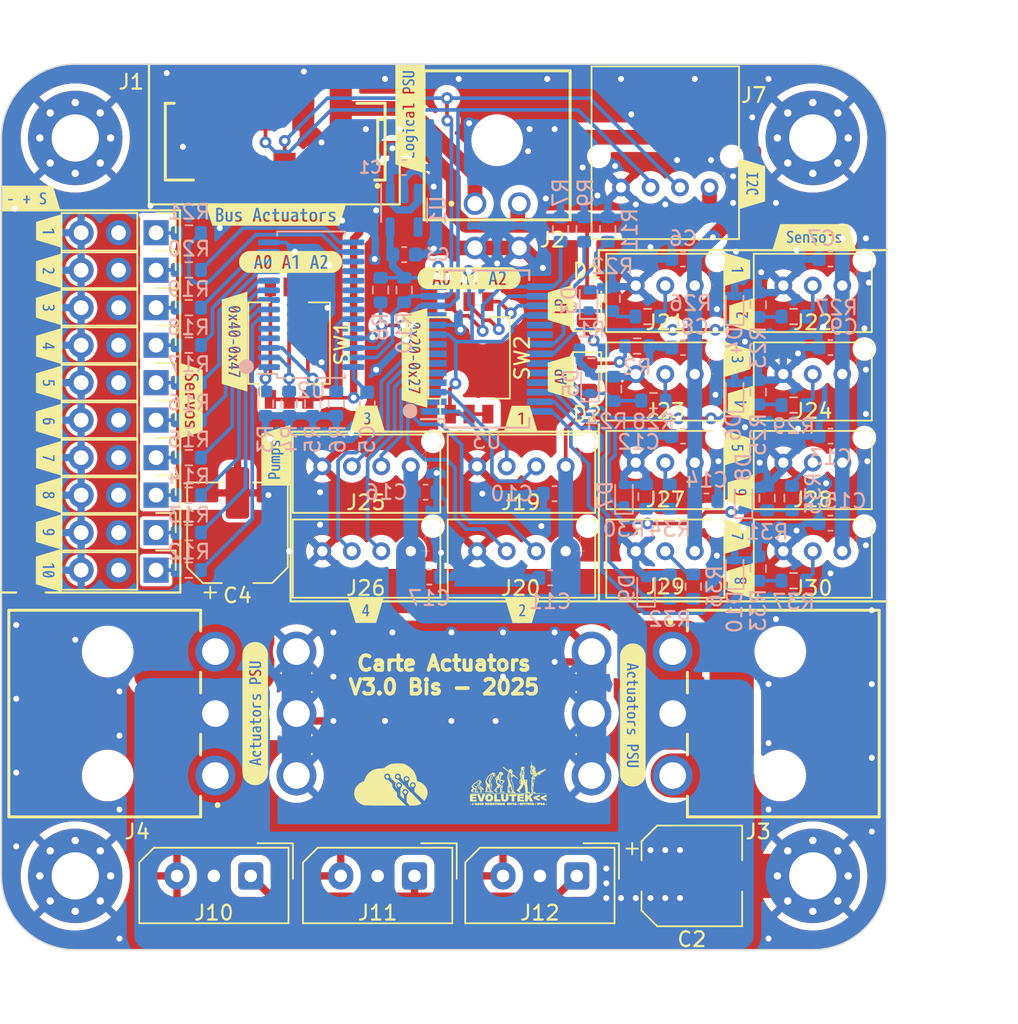
<source format=kicad_pcb>
(kicad_pcb (version 20221018) (generator pcbnew)
  (layers (0 "F.Cu" signal) (31 "B.Cu" signal) (34 "B.Paste" user) (35 "F.Paste" user) (36 "B.SilkS" user "B.Silkscreen") (37 "F.SilkS" user "F.Silkscreen") (38 "B.Mask" user) (39 "F.Mask" user) (44 "Edge.Cuts" user))
  (net 0 "")
  (net 1 "+5VL")
  (net 2 "GND")
  (net 3 "+5P")
  (net 4 "+3.3V")
  (net 5 "+12P")
  (net 6 "Net-(J21-Pin_2)")
  (net 7 "Net-(J30-Pin_2)")
  (net 8 "/PWM8")
  (net 9 "Net-(D2-K)")
  (net 10 "+12L")
  (net 11 "/SDA")
  (net 12 "/SCL")
  (net 13 "/PWM0")
  (net 14 "/PWM1")
  (net 15 "/PWM2")
  (net 16 "/AX12")
  (net 17 "/PWM3")
  (net 18 "/PWM4")
  (net 19 "/PWM5")
  (net 20 "/PWM6")
  (net 21 "/PWM7")
  (net 22 "Net-(J22-Pin_2)")
  (net 23 "Net-(U2-A0)")
  (net 24 "Net-(U2-A1)")
  (net 25 "Net-(U2-A2)")
  (net 26 "Net-(U2-~{OE})")
  (net 27 "Net-(U3-A0)")
  (net 28 "Net-(U3-A1)")
  (net 29 "Net-(U3-A2)")
  (net 30 "Net-(U2-LED0)")
  (net 31 "Net-(U2-LED1)")
  (net 32 "Net-(U2-LED2)")
  (net 33 "Net-(U2-LED3)")
  (net 34 "Net-(U2-LED4)")
  (net 35 "Net-(U2-LED5)")
  (net 36 "Net-(U2-LED6)")
  (net 37 "Net-(U2-LED7)")
  (net 42 "/B0")
  (net 43 "/B1")
  (net 44 "/B2")
  (net 45 "/B3")
  (net 46 "/B4")
  (net 47 "/B5")
  (net 48 "/B6")
  (net 49 "/B7")
  (net 54 "/A0")
  (net 55 "/A1")
  (net 56 "/A2")
  (net 57 "/A3")
  (net 58 "/A4")
  (net 59 "/A5")
  (net 60 "/A6")
  (net 61 "/A7")
  (net 62 "Net-(J27-Pin_2)")
  (net 63 "/PWM9")
  (net 64 "Net-(U2-LED8)")
  (net 65 "Net-(U2-LED9)")
  (net 66 "Net-(D1-K)")
  (net 67 "Net-(J24-Pin_2)")
  (net 68 "VPP")
  (net 75 "Net-(J28-Pin_2)")
  (net 76 "Net-(J23-Pin_2)")
  (net 77 "Net-(J29-Pin_2)")
  (footprint "Connector_PinHeader_2.54mm:PinHeader_1x03_P2.54mm_Vertical" (layer "F.Cu") (at 30.48 51.74 -90)
    (fp_text reference "J6" hide)
    (fp_text value "Servo")
  )
  (footprint "kibuzzard-67DB1F5A" (layer "F.Cu") (at 57.9 36.4 90)
    (fp_text reference "kibuzzard-67DB1F5A" hide)
    (fp_text value "G***" hide)
  )
  (footprint "ConnectorsEvo:649006227222" (layer "F.Cu") (at 73 64 90)
    (fp_text reference "J3")
    (fp_text value "Actuators PSU")
  )
  (footprint "kibuzzard-67DB2328" (layer "F.Cu") (at 75.1 31.7)
    (fp_text reference "kibuzzard-67DB2328" hide)
    (fp_text value "G***" hide)
  )
  (footprint "MountingHole:MountingHole_3.2mm_M3_Pad_Via" (layer "F.Cu") (at 25 25)
    (fp_text reference "H2" hide)
    (fp_text value "M3")
  )
  (footprint "ConnectorsEvo:B03B-PASK" (layer "F.Cu") (at 65 47)
    (fp_text reference "J27")
    (fp_text value "Sensor")
  )
  (footprint "ConnectorsEvo:690367281076" (layer "F.Cu") (at 38.555 25.25 180)
    (fp_text reference "J1")
    (fp_text value "Bus Actuators")
  )
  (footprint "MarkingEvo:Logo Aisler Micro" (layer "F.Cu") (at 46.4 68.8)
    (fp_text reference "LB1" hide)
    (fp_text value "LOGO" hide)
  )
  (footprint "kibuzzard-67DC459C" (layer "F.Cu") (at 23.2 34 -90)
    (fp_text reference "kibuzzard-67DC459C" hide)
    (fp_text value "G***" hide)
  )
  (footprint "kibuzzard-67DB2592" (layer "F.Cu") (at 69.9 52 -90)
    (fp_text reference "kibuzzard-67DB2592" hide)
    (fp_text value "G***" hide)
  )
  (footprint "MountingHole:MountingHole_3.2mm_M3_Pad_Via" (layer "F.Cu") (at 25 75)
    (fp_text reference "H1" hide)
    (fp_text value "M3")
  )
  (footprint "kibuzzard-67DC45A4" (layer "F.Cu") (at 23.2 39.1 -90)
    (fp_text reference "kibuzzard-67DC45A4" hide)
    (fp_text value "G***" hide)
  )
  (footprint "Button_Switch_SMD:SW_DIP_SPSTx03_Slide_KingTek_DSHP03TS_W7.62mm_P1.27mm" (layer "F.Cu") (at 39.5 38.9 90)
    (fp_text reference "SW1")
    (fp_text value "SW_DIP_x03")
  )
  (footprint "MountingHole:MountingHole_3.2mm_M3_Pad_Via" (layer "F.Cu") (at 75 75)
    (fp_text reference "H4" hide)
    (fp_text value "M3")
  )
  (footprint "kibuzzard-67DB21C8" (layer "F.Cu") (at 47.7 23.7 90)
    (fp_text reference "kibuzzard-67DB21C8" hide)
    (fp_text value "G***" hide)
  )
  (footprint "kibuzzard-67DC45A8" (layer "F.Cu") (at 23.2 41.6 -90)
    (fp_text reference "kibuzzard-67DC45A8" hide)
    (fp_text value "G***" hide)
  )
  (footprint "Connector_PinHeader_2.54mm:PinHeader_1x03_P2.54mm_Vertical" (layer "F.Cu") (at 30.48 49.2 -90)
    (fp_text reference "J8" hide)
    (fp_text value "Servo")
  )
  (footprint "kibuzzard-660644DA" (layer "F.Cu") (at 39.6 33.4)
    (fp_text reference "kibuzzard-660644DA" hide)
    (fp_text value "G***" hide)
  )
  (footprint "ConnectorsEvo:B04B-PASK" (layer "F.Cu") (at 44.75 47.25)
    (fp_text reference "J25")
    (fp_text value "Pumps")
  )
  (footprint "ConnectorsEvo:649006227222" (layer "F.Cu") (at 27 64 -90)
    (fp_text reference "J4")
    (fp_text value "Actuators PSU")
  )
  (footprint "kibuzzard-67DC45B3" (layer "F.Cu") (at 23.2 49.2 -90)
    (fp_text reference "kibuzzard-67DC45B3" hide)
    (fp_text value "G***" hide)
  )
  (footprint "kibuzzard-67DB25A1" (layer "F.Cu") (at 70.1 49 90)
    (fp_text reference "kibuzzard-67DB25A1" hide)
    (fp_text value "G***" hide)
  )
  (footprint "kibuzzard-67DC45BB" (layer "F.Cu") (at 23.2 54.3 -90)
    (fp_text reference "kibuzzard-67DC45BB" hide)
    (fp_text value "G***" hide)
  )
  (footprint "ConnectorsEvo:66200421022" (layer "F.Cu") (at 53.6 25.5 180)
    (fp_text reference "J2")
    (fp_text value "Logic PSU")
  )
  (footprint "MountingHole:MountingHole_3.2mm_M3_Pad_Via" (layer "F.Cu") (at 75 25)
    (fp_text reference "H3" hide)
    (fp_text value "M3")
  )
  (footprint "kibuzzard-67DC4572" (layer "F.Cu") (at 23.2 31.3 -90)
    (fp_text reference "kibuzzard-67DC4572" hide)
    (fp_text value "G***" hide)
  )
  (footprint "Connector_PinHeader_2.54mm:PinHeader_1x03_P2.54mm_Vertical" (layer "F.Cu") (at 30.48 31.42 -90)
    (fp_text reference "J18" hide)
    (fp_text value "Servo")
  )
  (footprint "LED_SMD:LED_0805_2012Metric" (layer "F.Cu") (at 59.7 36.4 90)
    (fp_text reference "D1")
    (fp_text value "RED")
  )
  (footprint "kibuzzard-67DC45E2" (layer "F.Cu") (at 37.2 64 90)
    (fp_text reference "kibuzzard-67DC45E2" hide)
    (fp_text value "G***" hide)
  )
  (footprint "kibuzzard-6606460E" (layer "F.Cu") (at 38.6 30.2)
    (fp_text reference "kibuzzard-6606460E" hide)
    (fp_text value "G***" hide)
  )
  (footprint "ConnectorsEvo:22-03-5035" (layer "F.Cu") (at 59 75 180)
    (fp_text reference "J12")
    (fp_text value "AX12")
  )
  (footprint "ConnectorsEvo:B04B-PASK" (layer "F.Cu") (at 55.25 53)
    (fp_text reference "J20")
    (fp_text value "Pumps")
  )
  (footprint "kibuzzard-67DB250F" (layer "F.Cu") (at 44.7 57)
    (fp_text reference "kibuzzard-67DB250F" hide)
    (fp_text value "G***" hide)
  )
  (footprint "kibuzzard-67DB24FC" (layer "F.Cu") (at 55.3 57)
    (fp_text reference "kibuzzard-67DB24FC" hide)
    (fp_text value "G***" hide)
  )
  (footprint "MarkingEvo:logo-evo-micro" (layer "F.Cu") (at 54.4 68.7)
    (fp_text reference "LB2" hide)
    (fp_text value "LOGO" hide)
  )
  (footprint "kibuzzard-67DB255E" (layer "F.Cu") (at 70.1 43 90)
    (fp_text reference "kibuzzard-67DB255E" hide)
    (fp_text value "G***" hide)
  )
  (footprint "kibuzzard-67DB249C" (layer "F.Cu") (at 55.2 44)
    (fp_text reference "kibuzzard-67DB249C" hide)
    (fp_text value "G***" hide)
  )
  (footprint "kibuzzard-67DB1F7E" (layer "F.Cu") (at 57.9 41.2 90)
    (fp_text reference "kibuzzard-67DB1F7E" hide)
    (fp_text value "G***" hide)
  )
  (footprint "kibuzzard-67DB21E7" (layer "F.Cu") (at 70.9 28.1 -90)
    (fp_text reference "kibuzzard-67DB21E7" hide)
    (fp_text value "G***" hide)
  )
  (footprint "Connector_PinHeader_2.54mm:PinHeader_1x03_P2.54mm_Vertical" (layer "F.Cu") (at 30.48 36.5 -90)
    (fp_text reference "J16" hide)
    (fp_text value "Servo")
  )
  (footprint "Connector_PinHeader_2.54mm:PinHeader_1x03_P2.54mm_Vertical" (layer "F.Cu") (at 30.48 33.96 -90)
    (fp_text reference "J17" hide)
    (fp_text value "Servo")
  )
  (footprint "kibuzzard-67DB25A9" (layer "F.Cu") (at 70.1 55 90)
    (fp_text reference "kibuzzard-67DB25A9" hide)
    (fp_text value "G***" hide)
  )
  (footprint "ConnectorsEvo:B03B-PASK" (layer "F.Cu") (at 65 41)
    (fp_text reference "J23")
    (fp_text value "Sensor")
  )
  (footprint "ConnectorsEvo:B03B-PASK" (layer "F.Cu") (at 65 35)
    (fp_text reference "J21")
    (fp_text value "Sensor")
  )
  (footprint "kibuzzard-67DC45E2" (layer "F.Cu") (at 62.8 64.1 -90)
    (fp_text reference "kibuzzard-67DC45E2" hide)
    (fp_text value "G***" hide)
  )
  (footprint "kibuzzard-67DB24DA" (layer "F.Cu") (at 44.8 44)
    (fp_text reference "kibuzzard-67DB24DA" hide)
    (fp_text value "G***" hide)
  )
  (footprint "Connector_PinHeader_2.54mm:PinHeader_1x03_P2.54mm_Vertical" (layer "F.Cu") (at 30.48 54.28 -90)
    (fp_text reference "J5" hide)
    (fp_text value "Servo")
  )
  (footprint "kibuzzard-67DC45AC" (layer "F.Cu") (at 23.2 44.2 -90)
    (fp_text reference "kibuzzard-67DC45AC" hide)
    (fp_text value "G***" hide)
  )
  (footprint "ConnectorsEvo:22-03-5035" (layer "F.Cu") (at 36.9 75 180)
    (fp_text reference "J10")
    (fp_text value "AX12")
  )
  (footprint "kibuzzard-67DB254D" (layer "F.Cu") (at 70.2 37 90)
    (fp_text reference "kibuzzard-67DB254D" hide)
    (fp_text value "G***" hide)
  )
  (footprint "kibuzzard-67DC45B0" (layer "F.Cu") (at 23.2 46.7 -90)
    (fp_text reference "kibuzzard-67DC45B0" hide)
    (fp_text value "G***" hide)
  )
  (footprint "kibuzzard-67DB20D4" (layer "F.Cu") (at 22 29.1)
    (fp_text reference "kibuzzard-67DB20D4" hide)
    (fp_text value "G***" hide)
  )
  (footprint "Connector_PinHeader_2.54mm:PinHeader_1x03_P2.54mm_Vertical" (layer "F.Cu") (at 30.48 46.66 -90)
    (fp_text reference "J9" hide)
    (fp_text value "Servo")
  )
  (footprint "Button_Switch_SMD:SW_DIP_SPSTx03_Slide_KingTek_DSHP03TS_W7.62mm_P1.27mm" (layer "F.Cu") (at 51.7 39.9 90)
    (fp_text reference "SW2")
    (fp_text value "SW_DIP_x03")
  )
  (footprint "kibuzzard-67DB24C4" (layer "F.Cu") (at 38.6 46.5 90)
    (fp_text reference "kibuzzard-67DB24C4" hide)
    (fp_text value "G***" hide)
  )
  (footprint "ConnectorsEvo:B03B-PASK" (layer "F.Cu") (at 75 53)
    (fp_text reference "J30")
    (fp_text value "Sensor")
  )
  (footprint "Connector_PinHeader_2.54mm:PinHeader_1x03_P2.54mm_Vertical" (layer "F.Cu") (at 30.48 39.04 -90)
    (fp_text reference "J15" hide)
    (fp_text value "Servo")
  )
  (footprint "ConnectorsEvo:22-03-5035" (layer "F.Cu") (at 48 75 180)
    (fp_text reference "J11")
    (fp_text value "AX12")
  )
  (footprint "Connector_PinHeader_2.54mm:PinHeader_1x03_P2.54mm_Vertical" (layer "F.Cu") (at 30.48 41.58 -90)
    (fp_text reference "J14" hide)
    (fp_text value "Servo")
  )
  (footprint "ConnectorsEvo:B04B-PASK" (layer "F.Cu") (at 44.75 53)
    (fp_text reference "J26")
    (fp_text value "Pumps")
  )
  (footprint "ConnectorsEvo:B03B-PASK" (layer "F.Cu") (at 75 35)
    (fp_text reference "J22")
    (fp_text value "Sensor")
  )
  (footprint "ConnectorsEvo:B03B-PASK" (layer "F.Cu") (at 75 41)
    (fp_text reference "J24")
    (fp_text value "Sensor")
  )
  (footprint "kibuzzard-66064268" (layer "F.Cu") (at 32.9 42.8 -90)
    (fp_text reference "kibuzzard-66064268" hide)
    (fp_text value "G***" hide)
  )
  (footprint "ConnectorsEvo:B03B-PASK" (layer "F.Cu") (at 75 47)
    (fp_text reference "J28")
    (fp_text value "Sensor")
  )
  (footprint "ConnectorsEvo:B03B-PASK" (layer "F.Cu") (at 65 53)
    (fp_text reference "J29")
    (fp_text value "Sensor")
  )
  (footprint "kibuzzard-67DB255B" (layer "F.Cu") (at 69.9 40 -90)
    (fp_text reference "kibuzzard-67DB255B" hide)
    (fp_text value "G***" hide)
  )
  (footprint "kibuzzard-67DB249C" (layer "F.Cu") (at 69.9 33.9 -90)
    (fp_text reference "kibuzzard-67DB249C" hide)
    (fp_text value "G***" hide)
  )
  (footprint "Capacitor_SMD:CP_Elec_6.3x7.7" (layer "F.Cu") (at 66.8 75)
    (fp_text reference "C2")
    (fp_text value "100uF")
  )
  (footprint "kibuzzard-67DB258B" (layer "F.Cu") (at 69.9 46 -90)
    (fp_text reference "kibuzzard-67DB258B" hide)
    (fp_text value "G***" hide)
  )
  (footprint "ConnectorsEvo:S04B-PASK" (layer "F.Cu") (at 65 28.35)
    (fp_text reference "J7")
    (fp_text value "I2C")
  )
  (footprint "kibuzzard-67DC45B7" (layer "F.Cu") (at 23.2 51.7 -90)
    (fp_text reference "kibuzzard-67DC45B7" hide)
    (fp_text value "G***" hide)
  )
  (footprint "Connector_PinHeader_2.54mm:PinHeader_1x03_P2.54mm_Vertical" (layer "F.Cu") (at 30.48 44.12 -90)
    (fp_text reference "J13" hide)
    (fp_text value "Servo")
  )
  (footprint "kibuzzard-67DC45A0" (layer "F.Cu") (at 23.2 36.5 -90)
    (fp_text reference "kibuzzard-67DC45A0" hide)
    (fp_text value "G***" hide)
  )
  (footprint "kibuzzard-660644DA" (layer "F.Cu") (at 51.7 34.5)
    (fp_text reference "kibuzzard-660644DA" hide)
    (fp_text value "G***" hide)
  )
  (footprint "LED_SMD:LED_0805_2012Metric" (layer "F.Cu") (at 59.7 41.2 -90)
    (fp_text reference "D2")
    (fp_text value "RED")
  )
  (footprint "ConnectorsEvo:B04B-PASK" (layer "F.Cu") (at 55.25 47.25)
    (fp_text reference "J19")
    (fp_text value "Pumps")
  )
  (footprint "kibuzzard-67DB1EBA" (layer "F.Cu") (at 48 39.9 -90)
    (fp_text reference "kibuzzard-67DB1EBA" hide)
    (fp_text value "G***" hide)
  )
  (footprint "Capacitor_SMD:CP_Elec_6.3x7.7" (layer "F.Cu") (at 36 51.75 90)
    (fp_text reference "C4")
    (fp_text value "100uF")
  )
  (footprint "kibuzzard-67DB1DCF" (layer "F.Cu") (at 35.8 38.8 -90)
    (fp_text reference "kibuzzard-67DB1DCF" hide)
    (fp_text value "G***" hide)
  )
  (footprint "Resistor_SMD:R_0603_1608Metric" (layer "B.Cu") (at 61.5 42 -90)
    (fp_text reference "R24")
    (fp_text value "10k")
  )
  (footprint "Diode_SMD:D_SOD-523" (layer "B.Cu") (at 62.2 49.2 90)
    (fp_text reference "D7")
    (fp_text value "3V")
  )
  (footprint "Package_TO_SOT_SMD:SOT-23-5" (layer "B.Cu") (at 47.295448 29.9 -90)
    (fp_text reference "U1")
    (fp_text value "NCP718xSN330")
  )
  (footprint "Diode_SMD:D_SOD-523" (layer "B.Cu") (at 63.7 55.5 90)
    (fp_text reference "D9")
    (fp_text value "3V")
  )
  (footprint "Resistor_SMD:R_0603_1608Metric" (layer "B.Cu") (at 45.7 35.3 -90)
    (fp_text reference "R8")
    (fp_text value "4.7k")
  )
  (footprint "Resistor_SMD:R_0603_1608Metric" (layer "B.Cu") (at 59.5 31.2 90)
    (fp_text reference "R9")
    (fp_text value "10k")
  )
  (footprint "Resistor_SMD:R_0603_1608Metric" (layer "B.Cu") (at 66.9 55.4 90)
    (fp_text reference "R36")
    (fp_text value "33k")
  )
  (footprint "Package_SO:SSOP-28_5.3x10.2mm_P0.65mm" (layer "B.Cu") (at 52.9 39.3)
    (fp_text reference "U3")
    (fp_text value "MCP23017_SS")
  )
  (footprint "Capacitor_SMD:C_0603_1608Metric" (layer "B.Cu") (at 76.2 33.2)
    (fp_text reference "C7")
    (fp_text value "100nF")
  )
  (footprint "Resistor_SMD:R_0603_1608Metric" (layer "B.Cu") (at 73.7 37.1)
    (fp_text reference "R27")
    (fp_text value "33k")
  )
  (footprint "Resistor_SMD:R_0603_1608Metric" (layer "B.Cu") (at 32.7 41.58 180)
    (fp_text reference "R17")
    (fp_text value "220")
  )
  (footprint "Capacitor_SMD:C_0603_1608Metric" (layer "B.Cu") (at 57.2 54.8 180)
    (fp_text reference "C11")
    (fp_text value "4.7uF")
  )
  (footprint "Resistor_SMD:R_0603_1608Metric" (layer "B.Cu") (at 32.7 49.2 180)
    (fp_text reference "R14")
    (fp_text value "220")
  )
  (footprint "Resistor_SMD:R_0603_1608Metric" (layer "B.Cu") (at 63.7 49.3 -90)
    (fp_text reference "R30")
    (fp_text value "10k")
  )
  (footprint "Resistor_SMD:R_0603_1608Metric" (layer "B.Cu") (at 61.4 35.9 -90)
    (fp_text reference "R22")
    (fp_text value "10k")
  )
  (footprint "Capacitor_SMD:C_0603_1608Metric" (layer "B.Cu") (at 49 54.75)
    (fp_text reference "C17")
    (fp_text value "4.7uF")
  )
  (footprint "Resistor_SMD:R_0603_1608Metric" (layer "B.Cu") (at 32.7 33.94 180)
    (fp_text reference "R20")
    (fp_text value "220")
  )
  (footprint "Resistor_SMD:R_0603_1608Metric" (layer "B.Cu") (at 32.7 31.44 180)
    (fp_text reference "R21")
    (fp_text value "220")
  )
  (footprint "Capacitor_SMD:C_0603_1608Metric" (layer "B.Cu") (at 66.2 45.2)
    (fp_text reference "C12")
    (fp_text value "100nF")
  )
  (footprint "Resistor_SMD:R_0603_1608Metric" (layer "B.Cu") (at 73.6 49.4 90)
    (fp_text reference "R35")
    (fp_text value "33k")
  )
  (footprint "Capacitor_SMD:C_0603_1608Metric" (layer "B.Cu") (at 76.2 51.1)
    (fp_text reference "C15")
    (fp_text value "100nF")
  )
  (footprint "Resistor_SMD:R_0603_1608Metric" (layer "B.Cu") (at 63.1 39.1)
    (fp_text reference "R2")
    (fp_text value "4.7k")
  )
  (footprint "Resistor_SMD:R_0603_1608Metric" (layer "B.Cu") (at 60 39.4 180)
    (fp_text reference "R1")
    (fp_text value "1k")
  )
  (footprint "Resistor_SMD:R_0603_1608Metric" (layer "B.Cu") (at 41.1 43 -90)
    (fp_text reference "R5")
    (fp_text value "10k")
  )
  (footprint "Resistor_SMD:R_0603_1608Metric" (layer "B.Cu") (at 39.5 43 -90)
    (fp_text reference "R4")
    (fp_text value "10k")
  )
  (footprint "Resistor_SMD:R_0603_1608Metric" (layer "B.Cu") (at 32.7 54.28 180)
    (fp_text reference "R12")
    (fp_text value "220")
  )
  (footprint "Capacitor_SMD:C_0603_1608Metric" (layer "B.Cu") (at 67.8 49.6 180)
    (fp_text reference "C14")
    (fp_text value "100nF")
  )
  (footprint "Capacitor_SMD:C_0603_1608Metric" (layer "B.Cu") (at 47.3 32.9)
    (fp_text reference "C3")
    (fp_text value "100nF")
  )
  (footprint "Diode_SMD:D_SOD-523" (layer "B.Cu") (at 59.8 36 90)
    (fp_text reference "D3")
    (fp_text value "3V")
  )
  (footprint "Resistor_SMD:R_0603_1608Metric" (layer "B.Cu") (at 64.2 42.8)
    (fp_text reference "R28")
    (fp_text value "33k")
  )
  (footprint "Resistor_SMD:R_0603_1608Metric" (layer "B.Cu") (at 71.3 54.175 -90)
    (fp_text reference "R33")
    (fp_text value "10k")
  )
  (footprint "Resistor_SMD:R_0603_1608Metric" (layer "B.Cu") (at 42.7 43 90)
    (fp_text reference "R6")
    (fp_text value "10k")
  )
  (footprint "Resistor_SMD:R_0603_1608Metric" (layer "B.Cu") (at 71.3 42.225 -90)
    (fp_text reference "R25")
    (fp_text value "10k")
  )
  (footprint "Resistor_SMD:R_0603_1608Metric" (layer "B.Cu") (at 71.9 49.4 -90)
    (fp_text reference "R31")
    (fp_text value "10k")
  )
  (footprint "Capacitor_SMD:C_0603_1608Metric" (layer "B.Cu") (at 76.2 39.2)
    (fp_text reference "C9")
    (fp_text value "100nF")
  )
  (footprint "Resistor_SMD:R_0603_1608Metric" (layer "B.Cu") (at 65.3 49.3 90)
    (fp_text reference "R34")
    (fp_text value "33k")
  )
  (footprint "Resistor_SMD:R_0603_1608Metric" (layer "B.Cu") (at 32.7 51.74 180)
    (fp_text reference "R13")
    (fp_text value "220")
  )
  (footprint "Resistor_SMD:R_0603_1608Metric" (layer "B.Cu") (at 32.7 44.12 180)
    (fp_text reference "R16")
    (fp_text value "220")
  )
  (footprint "Resistor_SMD:R_0603_1608Metric" (layer "B.Cu") (at 32.7 46.66 180)
    (fp_text reference "R15")
    (fp_text value "220")
  )
  (footprint "Capacitor_SMD:C_0603_1608Metric" (layer "B.Cu") (at 48.75 49)
    (fp_text reference "C16")
    (fp_text value "4.7uF")
  )
  (footprint "Resistor_SMD:R_0603_1608Metric" (layer "B.Cu") (at 37.9 43 -90)
    (fp_text reference "R3")
    (fp_text value "10k")
  )
  (footprint "Capacitor_SMD:C_0603_1608Metric" (layer "B.Cu") (at 47.3 27)
    (fp_text reference "C1")
    (fp_text value "10uF")
  )
  (footprint "Diode_SMD:D_SOD-523" (layer "B.Cu") (at 69.7 36.4 90)
    (fp_text reference "D4")
    (fp_text value "3V")
  )
  (footprint "Capacitor_SMD:C_0603_1608Metric" (layer "B.Cu") (at 76.2 45.2)
    (fp_text reference "C13")
    (fp_text value "100nF")
  )
  (footprint "Diode_SMD:D_SOD-523" (layer "B.Cu") (at 69.7 54.3 90)
    (fp_text reference "D10")
    (fp_text value "3V")
  )
  (footprint "Diode_SMD:D_SOD-523" (layer "B.Cu") (at 59.9 41.6 90)
    (fp_text reference "D5")
    (fp_text value "3V")
  )
  (footprint "Capacitor_SMD:C_0603_1608Metric" (layer "B.Cu") (at 66.2 39.2)
    (fp_text reference "C8")
    (fp_text value "100nF")
  )
  (footprint "Capacitor_SMD:C_0603_1608Metric" (layer "B.Cu") (at 66.2 33.2)
    (fp_text reference "C6")
    (fp_text value "100nF")
  )
  (footprint "Capacitor_SMD:C_0603_1608Metric" (layer "B.Cu") (at 57.5 49.1 180)
    (fp_text reference "C10")
    (fp_text value "4.7uF")
  )
  (footprint "Resistor_SMD:R_0603_1608Metric" (layer "B.Cu") (at 47.3 35.3 -90)
    (fp_text reference "R10")
    (fp_text value "4.7k")
  )
  (footprint "Resistor_SMD:R_0603_1608Metric" (layer "B.Cu") (at 71.3 36.3 -90)
    (fp_text reference "R23")
    (fp_text value "10k")
  )
  (footprint "Capacitor_SMD:C_0603_1608Metric" (layer "B.Cu") (at 44.8 43 90)
    (fp_text reference "C5")
    (fp_text value "10uF")
  )
  (footprint "Diode_SMD:D_SOD-523" (layer "B.Cu") (at 69.7 42.3 90)
    (fp_text reference "D6")
    (fp_text value "3V")
  )
  (footprint "Package_SO:TSSOP-28_4.4x9.7mm_P0.65mm" (layer "B.Cu") (at 41 36.3)
    (fp_text reference "U2")
    (fp_text value "PCA9685PW")
  )
  (footprint "Resistor_SMD:R_0603_1608Metric" (layer "B.Cu") (at 32.7 39.04 180)
    (fp_text reference "R18")
    (fp_text value "220")
  )
  (footprint "Resistor_SMD:R_0603_1608Metric" (layer "B.Cu") (at 32.7 36.5 180)
    (fp_text reference "R19")
    (fp_text value "220")
  )
  (footprint "Resistor_SMD:R_0603_1608Metric" (layer "B.Cu") (at 73.7 55)
    (fp_text reference "R37")
    (fp_text value "33k")
  )
  (footprint "Diode_SMD:D_SOD-523" (layer "B.Cu") (at 70.3 49.5 90)
    (fp_text reference "D8")
    (fp_text value "3V")
  )
  (footprint "Resistor_SMD:R_0603_1608Metric" (layer "B.Cu") (at 73.7 43.1)
    (fp_text reference "R29")
    (fp_text value "33k")
  )
  (footprint "Resistor_SMD:R_0603_1608Metric" (layer "B.Cu") (at 57.9 31.2 90)
    (fp_text reference "R7")
    (fp_text value "10k")
  )
  (footprint "Resistor_SMD:R_0603_1608Metric" (layer "B.Cu") (at 63.8 37.1)
    (fp_text reference "R26")
    (fp_text value "33k")
  )
  (footprint "Resistor_SMD:R_0603_1608Metric" (layer "B.Cu") (at 65.3 55.4 -90)
    (fp_text reference "R32")
    (fp_text value "10k")
  )
  (footprint "Resistor_SMD:R_0603_1608Metric" (layer "B.Cu") (at 61.1 31.2 90)
    (fp_text reference "R11")
    (fp_text value "10k")
  )
  (gr_circle (center 36.6 40.5) (end 36.850002 40.5) (stroke (width 0.5)) (fill none) (layer "B.SilkS"))
  (gr_circle (center 47.7 43.5) (end 47.95 43.5) (stroke (width 0.5)) (fill none) (layer "B.SilkS"))
  (gr_line (start 30 20) (end 30 29.5) (stroke (width 0.15)) (layer "F.SilkS"))
  (gr_line (start 60.5 34.1) (end 60.5 32.6) (stroke (width 0.15)) (layer "F.SilkS"))
  (gr_line (start 80 32.6) (end 60.5 32.6) (stroke (width 0.15)) (layer "F.SilkS"))
  (gr_line (start 32.1 29.9) (end 19.975 29.9) (stroke (width 0.15)) (layer "F.SilkS"))
  (gr_line (start 39.6 44.9) (end 39.6 56.4) (stroke (width 0.15)) (layer "F.SilkS"))
  (gr_line (start 32.125 55.8) (end 23 55.8) (stroke (width 0.15)) (layer "F.SilkS"))
  (gr_line (start 47 29.5) (end 30 29.5) (stroke (width 0.15)) (layer "F.SilkS"))
  (gr_line (start 21 55.8) (end 20 55.8) (stroke (width 0.15)) (layer "F.SilkS"))
  (gr_line (start 80 56.4) (end 39.6 56.4) (stroke (width 0.15)) (layer "F.SilkS"))
  (gr_line (start 32.1 29.9) (end 32.125 55.8) (stroke (width 0.15)) (layer "F.SilkS"))
  (gr_line (start 47 20) (end 47 29.5) (stroke (width 0.15)) (layer "F.SilkS"))
  (gr_line (start 39.7 44.9) (end 60.5 44.9) (stroke (width 0.15)) (layer "F.SilkS"))
  (gr_line (start 60.5 44.4) (end 60.5 56.4) (stroke (width 0.15)) (layer "F.SilkS"))
  (gr_arc (start 20 25) (mid 21.464466 21.464466) (end 25 20) (stroke (width 0.1)) (layer "Edge.Cuts"))
  (gr_line (start 25 20) (end 75 20) (stroke (width 0.1)) (layer "Edge.Cuts"))
  (gr_line (start 75 80) (end 25 80) (stroke (width 0.1)) (layer "Edge.Cuts"))
  (gr_arc (start 25 80) (mid 21.464466 78.535534) (end 20 75) (stroke (width 0.1)) (layer "Edge.Cuts"))
  (gr_arc (start 80 75) (mid 78.535534 78.535534) (end 75 80) (stroke (width 0.1)) (layer "Edge.Cuts"))
  (gr_line (start 20 75) (end 20 25) (stroke (width 0.1)) (layer "Edge.Cuts"))
  (gr_line (start 80 25) (end 80 75) (stroke (width 0.1)) (layer "Edge.Cuts"))
  (gr_arc (start 75 20) (mid 78.535534 21.464466) (end 80 25) (stroke (width 0.1)) (layer "Edge.Cuts"))
  (gr_text "Carte Actuators\nV3.0 Bis - 2025" (at 50 61.4) (layer "F.SilkS") (effects (font (size 1 1) (thickness 0.25) bold)))
  (segment (start 39.5 42.71) (end 38.23 42.71) (width 0.25) (layer "F.Cu") (net 1))
  (segment (start 55 30.915) (end 55 29.55) (width 1) (layer "F.Cu") (net 1))
  (segment (start 44.27 27.5) (end 44.27 26.73) (width 1) (layer "F.Cu") (net 1))
  (segment (start 59.7 35.4625) (end 59.7 30.915) (width 0.25) (layer "F.Cu") (net 1))
  (segment (start 45.3 25.7) (end 46.5 25.7) (width 1) (layer "F.Cu") (net 1))
  (segment (start 44.27 26.73) (end 45.3 25.7) (width 1) (layer "F.Cu") (net 1))
  (segment (start 68 29.7) (end 68 28.35) (width 1) (layer "F.Cu") (net 1))
  (segment (start 43.875 42.599508) (end 43.875 31.825) (width 0.5) (layer "F.Cu") (net 1))
  (segment (start 43.875 42.599508) (end 41.787992 42.599508) (width 0.25) (layer "F.Cu") (net 1))
  (segment (start 66.785 30.915) (end 68 29.7) (width 1) (layer "F.Cu") (net 1))
  (segment (start 40.77 42.71) (end 39.5 42.71) (width 0.25) (layer "F.Cu") (net 1))
  (segment (start 41.787992 42.599508) (end 41.6775 42.71) (width 0.25) (layer "F.Cu") (net 1))
  (segment (start 48.602944 25.7) (end 50.635 27.732056) (width 1) (layer "F.Cu") (net 1))
  (segment (start 41.6775 42.71) (end 40.77 42.71) (width 0.25) (layer "F.Cu") (net 1))
  (segment (start 59.7 30.915) (end 66.785 30.915) (width 1) (layer "F.Cu") (net 1))
  (segment (start 51.493177 30.915) (end 55 30.915) (width 1) (layer "F.Cu") (net 1))
  (segment (start 50.635 30.056823) (end 51.493177 30.915) (width 1) (layer "F.Cu") (net 1))
  (segment (start 50.635 27.732056) (end 50.635 30.056823) (width 1) (layer "F.Cu") (net 1))
  (segment (start 44.27 31.43) (end 44.27 27.5) (width 0.5) (layer "F.Cu") (net 1))
  (segment (start 55 30.915) (end 59.7 30.915) (width 1) (layer "F.Cu") (net 1))
  (segment (start 55 29.55) (end 55.1 29.45) (width 1) (layer "F.Cu") (net 1))
  (segment (start 43.875 31.825) (end 44.27 31.43) (width 0.5) (layer "F.Cu") (net 1))
  (segment (start 46.5 25.7) (end 48.602944 25.7) (width 1) (layer "F.Cu") (net 1))
  (via (at 43.875 42.599508) (size 0.8) (drill 0.4) (layers "F.Cu" "B.Cu") (net 1))
  (via (at 46.5 25.7) (size 0.8) (drill 0.4) (layers "F.Cu" "B.Cu") (net 1))
  (segment (start 46.525 25.725) (end 46.5 25.7) (width 0.5) (layer "B.Cu") (net 1))
  (segment (start 46.525 27) (end 46.525 25.725) (width 0.5) (layer "B.Cu") (net 1))
  (segment (start 43.8625 40.525) (end 43.8625 41.2875) (width 0.25) (layer "B.Cu") (net 1))
  (segment (start 46.345448 28.7625) (end 46.345448 27.179552) (width 0.5) (layer "B.Cu") (net 1))
  (segment (start 43.8625 41.2875) (end 44.8 42.225) (width 0.25) (layer "B.Cu") (net 1))
  (segment (start 43.875 42.599508) (end 44.425492 42.599508) (width 0.25) (layer "B.Cu") (net 1))
  (segment (start 44.425492 42.599508) (end 44.8 42.225) (width 0.25) (layer "B.Cu") (net 1))
  (segment (start 46.345448 27.179552) (end 46.525 27) (width 0.5) (layer "B.Cu") (net 1))
  (segment (start 46.89692 29.875) (end 46.345448 29.323528) (width 0.5) (layer "B.Cu") (net 1))
  (segment (start 48.245448 29.323528) (end 47.693976 29.875) (width 0.5) (layer "B.Cu") (net 1))
  (segment (start 48.245448 28.7625) (end 48.245448 29.323528) (width 0.5) (layer "B.Cu") (net 1))
  (segment (start 46.345448 29.323528) (end 46.345448 28.7625) (width 0.5) (layer "B.Cu") (net 1))
  (segment (start 47.693976 29.875) (end 46.89692 29.875) (width 0.5) (layer "B.Cu") (net 1))
  (segment (start 40 59.8) (end 40 64) (width 2) (layer "F.Cu") (net 2))
  (segment (start 41.73 27.5) (end 41.73 29.23) (width 1) (layer "F.Cu") (net 2))
  (segment (start 52.1 32.45) (end 55.1 32.45) (width 1) (layer "F.Cu") (net 2))
  (segment (start 57.5 60.5) (end 59.3 60.5) (width 0.5) (layer "F.Cu") (net 2))
  (segment (start 41.7 61.5) (end 40 59.8) (width 0.5) (layer "F.Cu") (net 2))
  (segment (start 46.05 32.45) (end 45.3 33.2) (width 1) (layer "F.Cu") (net 2))
  (segment (start 40.5 64.5) (end 40 64) (width 0.5) (layer "F.Cu") (net 2))
  (segment (start 41.3 58.5) (end 40 59.8) (width 0.5) (layer "F.Cu") (net 2))
  (segment (start 40.46 23) (end 40.46 20.54) (width 1) (layer "F.Cu") (net 2))
  (segment (start 55.1 32.45) (end 55.35 32.45) (width 1) (layer "F.Cu") (net 2))
  (segment (start 42.5 64.5) (end 40.5 64.5) (width 0.5) (layer "F.Cu") (net 2))
  (segment (start 49.3 32.5) (end 49.25 32.45) (width 1) (layer "F.Cu") (net 2))
  (segment (start 41.73 29.23) (end 43.1 30.6) (width 1) (layer "F.Cu") (net 2))
  (segment (start 40.46 20.54) (end 40.5 20.5) (width 1) (layer "F.Cu") (net 2))
  (segment (start 55.35 32.45) (end 56.7 33.8) (width 1) (layer "F.Cu") (net 2))
  (segment (start 49.35 32.45) (end 49.3 32.5) (width 1) (layer "F.Cu") (net 2))
  (segment (start 41.7 25.3) (end 43.8 25.3) (width 0.5) (layer "F.Cu") (net 2))
  (segment (start 40 64) (end 42.5 61.5) (width 0.5) (layer "F.Cu") (net 2))
  (segment (start 69.5 75) (end 75 75) (width 3) (layer "F.Cu") (net 2))
  (segment (start 43.8 25.3) (end 44.7 24.4) (width 0.5) (layer "F.Cu") (net 2))
  (segment (start 59.3 60.5) (end 60 59.8) (width 0.5) (layer "F.Cu") (net 2))
  (segment (start 52.1 32.45) (end 49.35 32.45) (width 1) (layer "F.Cu") (net 2))
  (segment (start 60 59.8) (end 60 64) (width 2) (layer "F.Cu") (net 2))
  (segment (start 42.5 58.5) (end 41.3 58.5) (width 0.5) (layer "F.Cu") (net 2))
  (segment (start 44.7 24.4) (end 47 24.4) (width 0.5) (layer "F.Cu") (net 2))
  (segment (start 49.25 32.45) (end 46.05 32.45) (width 1) (layer "F.Cu") (net 2))
  (segment (start 40.46 24.06) (end 41.73 25.33) (width 1) (layer "F.Cu") (net 2))
  (segment (start 40.945 23) (end 40.945 22.255) (width 0.5) (layer "F.Cu") (net 2))
  (segment (start 57.5 58.5) (end 58.7 58.5) (width 0.5) (layer "F.Cu") (net 2))
  (segment (start 40.46 23) (end 40.46 24.06) (width 1) (layer "F.Cu") (net 2))
  (segment (start 42.5 61.5) (end 41.7 61.5) (width 0.5) (layer "F.Cu") (net 2))
  (segment (start 41.73 25.33) (end 41.73 27.5) (width 1) (layer "F.Cu") (net 2))
  (segment (start 58.7 58.5) (end 60 59.8) (width 0.5) (layer "F.Cu") (net 2))
  (via (at 70.4 38.8) (size 0.8) (drill 0.4) (layers "F.Cu" "B.Cu") (net 2))
  (via (at 45.1505 38.5005) (size 0.8) (drill 0.4) (layers "F.Cu" "B.Cu") (net 2))
  (via (at 57.5 60.5) (size 0.8) (drill 0.4) (layers "F.Cu" "B.Cu") (net 2))
  (via (at 53.6 33.5) (size 0.8) (drill 0.4) (layers "F.Cu" "B.Cu") (net 2))
  (via (at 75.7 37.8) (size 0.8) (drill 0.4) (layers "F.Cu" "B.Cu") (net 2))
  (via (at 62.7 23.4) (size 0.8) (drill 0.4) (layers "F.Cu" "B.Cu") (net 2))
  (via (at 50.5 64.5) (size 0.8) (drill 0.4) (layers "F.Cu" "B.Cu") (net 2))
  (via (at 70.9 23.6) (size 0.8) (drill 0.4) (layers "F.Cu" "B.Cu") (net 2))
  (via (at 49.5 47.7) (size 0.8) (drill 0.4) (layers "F.Cu" "B.Cu") (net 2))
  (via (at 53.5 64.5) (size 0.8) (drill 0.4) (layers "F.Cu" "B.Cu") (net 2))
  (via (at 68.5 53.3) (size 0.8) (drill 0.4) (layers "F.Cu" "B.Cu") (net 2))
  (via (at 21 63) (size 0.8) (drill 0.4) (layers "F.Cu" "B.Cu") (net 2))
  (via (at 54 58.5) (size 0.8) (drill 0.4) (layers "F.Cu" "B.Cu") (net 2))
  (via (at 59.4 27) (size 0.8) (drill 0.4) (layers "F.Cu" "B.Cu") (net 2))
  (via (at 73.9 51.6) (size 0.8) (drill 0.4) (layers "F.Cu" "B.Cu") (net 2))
  (via (at 69.8 32.7) (size 0.8) (drill 0.4) (layers "F.Cu" "B.Cu") (net 2))
  (via (at 74 44.7) (size 0.8) (drill 0.4) (layers "F.Cu" "B.Cu") (net 2))
  (via (at 70.4 44.6) (size 0.8) (drill 0.4) (layers "F.Cu" "B.Cu") (net 2))
  (via (at 42.5 61.5) (size 0.8) (drill 0.4) (layers "F.Cu" "B.Cu") (net 2))
  (via (at 25 59) (size 0.8) (drill 0.4) (layers "F.Cu" "B.Cu") (net 2))
  (via (at 34.8 31.1) (size 0.8) (drill 0.4) (layers "F.Cu" "B.Cu") (net 2))
  (via (at 52.6 49.1) (size 0.8) (drill 0.4) (layers "F.Cu" "B.Cu") (net 2))
  (via (at 71.4 47) (size 0.8) (drill 0.4) (layers "F.Cu" "B.Cu") (net 2))
  (via (at 72 79.25) (size 0.8) (drill 0.4) (layers "F.Cu" "B.Cu") (net 2))
  (via (at 65.8 26.5) (size 0.8) (drill 0.4) (layers "F.Cu" "B.Cu") (net 2))
  (via (at 38.1 49.2) (size 0.8) (drill 0.4) (layers "F.Cu" "B.Cu") (net 2))
  (via (at 51.11225 37.98775) (size 0.8) (drill 0.4) (layers "F.Cu" "B.Cu") (net 2))
  (via (at 78.7 46.9) (size 0.8) (drill 0.4) (layers "F.Cu" "B.Cu") (net 2))
  (via (at 69.6 27.6) (size 0.8) (drill 0.4) (layers "F.Cu" "B.Cu") (net 2))
  (via (at 42.5 64.5) (size 0.8) (drill 0.4) (layers "F.Cu" "B.Cu") (net 2))
  (via (at 60.4 28.9) (size 0.8) (drill 0.4) (layers "F.Cu" "B.Cu") (net 2))
  (via (at 69.6 29.4) (size 0.8) (drill 0.4) (layers "F.Cu" "B.Cu") (net 2))
  (via (at 73.9 32.6) (size 0.8) (drill 0.4) (layers "F.Cu" "B.Cu") (net 2))
  (via (at 78.5 37.9) (size 0.8) (drill 0.4) (layers "F.Cu" "B.Cu") (net 2))
  (via (at 50.5 58.5) (size 0.8) (drill 0.4) (layers "F.Cu" "B.Cu") (net 2))
  (via (at 78.6 52.6) (size 0.8) (drill 0.4) (layers "F.Cu" "B.Cu") (net 2))
  (via (at 38.2 45.4) (size 0.8) (drill 0.4) (layers "F.Cu" "B.Cu") (net 2))
  (via (at 51.7 24) (size 0.8) (drill 0.4) (layers "F.Cu" "B.Cu") (net 2))
  (via (at 67 21) (size 0.8) (drill 0.4) (layers "F.Cu" "B.Cu") (net 2))
  (via (at 28 79.25) (size 0.8) (drill 0.4) (layers "F.Cu" "B.Cu") (net 2))
  (via (at 62 21) (size 0.8) (drill 0.4) (layers "F.Cu" "B.Cu") (net 2))
  (via (at 49.3 28.3) (size 0.8) (drill 0.4) (layers "F.Cu" "B.Cu") (net 2))
  (via (at 21 58) (size 0.8) (drill 0.4) (layers "F.Cu" "B.Cu") (net 2))
  (via (at 46.5 58.5) (size 0.8) (drill 0.4) (layers "F.Cu" "B.Cu") (net 2))
  (via (at 40.5 20.5) (size 0.8) (drill 0.4) (layers "F.Cu" "B.Cu") (net 2))
  (via (at 28 70.5) (size 0.8) (drill 0.4) (layers "F.Cu" "B.Cu") (net 2))
  (via (at 74 39.6) (size 0.8) (drill 0.4) (layers "F.Cu" "B.Cu") (net 2))
  (via (at 28 65.5) (size 0.8) (drill 0.4) (layers "F.Cu" "B.Cu") (net 2))
  (via (at 78.6 40.7) (size 0.8) (drill 0.4) (layers "F.Cu" "B.Cu") (net 2))
  (via (at 47 24.4) (size 0.8) (drill 0.4) (layers "F.Cu" "B.Cu") (net 2))
  (via (at 68.5 36.6) (size 0.8) (drill 0.4) (layers "F.Cu" "B.Cu") (net 2))
  (via (at 45.4 40.7) (size 0.8) (drill 0.4) (layers "F.Cu" "B.Cu") (net 2))
  (via (at 42.2 33.6) (size 0.8) (drill 0.4) (layers "F.Cu" "B.Cu") (net 2))
  (via (at 42.1 36.5) (size 0.8) (drill 0.4) (layers "F.Cu" "B.Cu") (net 2))
  (via (at 71.5 34.1) (size 0.8) (drill 0.4) (layers "F.Cu" "B.Cu") (net 2))
  (via (at 41.7 25.3) (size 0.8) (drill 0.4) (layers "F.Cu" "B.Cu") (net 2))
  (via (at 39.9 32.7) (size 0.8) (drill 0.4) (layers "F.Cu" "B.Cu") (net 2))
  (via (at 64 32.4) (size 0.8) (drill 0.4) (layers "F.Cu" "B.Cu") (net 2))
  (via (at 78.6 43.7) (size 0.8) (drill 0.4) (layers "F.Cu" "B.Cu") (net 2))
  (via (at 55.7 25.9) (size 0.8) (drill 0.4) (layers "F.Cu" "B.Cu") (net 2))
  (via (at 46 21) (size 0.8) (drill 0.4) (layers "F.Cu" "B.Cu") (net 2))
  (via (at 72.5 57.6) (size 0.8) (drill 0.4) (layers "F.Cu" "B.Cu") (net 2))
  (via (at 49.8 53.1) (size 0.8) (drill 0.4) (layers "F.Cu" "B.Cu") (net 2))
  (via (at 56.7 33.8) (size 0.8) (drill 0.4) (layers "F.Cu" "B.Cu") (net 2))
  (via (at 76.2 54.5) (size 0.8) (drill 0.4) (layers "F.Cu" "B.Cu") (net 2))
  (via (at 65 29.5) (size 0.8) (drill 0.4) (layers "F.Cu" "B.Cu") (net 2))
  (via (at 56.9 29.1) (size 0.8) (drill 0.4) (layers "F.Cu" "B.Cu") (net 2))
  (via (at 57 21) (size 0.8) (drill 0.4) (layers "F.Cu" "B.Cu") (net 2))
  (via (at 42.5 58.5) (size 0.8) (drill 0.4) (layers "F.Cu" "B.Cu") (net 2))
  (via (at 57.5 24.4) (size 0.8) (drill 0.4) (layers "F.Cu" "B.Cu") (net 2))
  (via (at 20.9 29.8) (size 0.8) (drill 0.4) (layers "F.Cu" "B.Cu") (net 2))
  (via (at 49.3 32.5) (size 0.8) (drill 0.4) (layers "F.Cu" "B.Cu") (net 2))
  (via (at 51 21) (size 0.8) (drill 0.4) (layers "F.Cu" "B.Cu") (net 2))
  (via (at 78.8 34.8) (size 0.8) (drill 0.4) (layers "F.Cu" "B.Cu") (net 2))
  (via (at 68.6 46.9) (size 0.8) (drill 0.4) (layers "F.Cu" "B.Cu") (net 2))
  (via (at 72 66) (size 0.8) (drill 0.4) (layers "F.Cu" "B.Cu") (net 2))
  (via (at 61.6 26.9) (size 0.8) (drill 0.4) (layers "F.Cu" "B.Cu") (net 2))
  (via (at 41.6 49) (size 0.8) (drill 0.4) (layers "F.Cu" "B.Cu") (net 2))
  (via (at 21 68) (size 0.8) (drill 0.4) (layers "F.Cu" "B.Cu") (net 2))
  (via (at 79 67) (size 0.8) (drill 0.4) (layers "F.Cu" "B.Cu") (net 2))
  (via (at 28 62.5) (size 0.8) (drill 0.4) (layers "F.Cu" "B.Cu") (net 2))
  (via (at 75.9 48.4) (size 0.8) (drill 0.4) (layers "F.Cu" "B.Cu") (net 2))
  (via (at 43.7 45) (size 0.8) (drill 0.4) (layers "F.Cu" "B.Cu") (net 2))
  (via (at 30.1 29.6) (size 0.8) (drill 0.4) (layers "F.Cu" "B.Cu") (net 2))
  (via (at 41.6 51.2) (size 0.8) (drill 0.4) (layers "F.Cu" "B.Cu") (net 2))
  (via (at 56.6 51.3) (size 0.8) (drill 0.4) (layers "F.Cu" "B.Cu") (net 2))
  (via (at 43.1 30.6) (size 0.8) (drill 0.4) (layers "F.Cu" "B.Cu") (net 2))
  (via (at 68.1 26.5) (size 0.8) (drill 0.4) (layers "F.Cu" "B.Cu") (net 2))
  (via (at 44.7 24.4) (size 0.8) (drill 0.4) (layers "F.Cu" "B.Cu") (net 2))
  (via (at 31.2 20.6) (size 0.8) (drill 0.4) (layers "F.Cu" "B.Cu") (net 2))
  (via (at 54 61.5) (size 0.8) (drill 0.4) (layers "F.Cu" "B.Cu") (net 2))
  (via (at 46 64.5) (size 0.8) (drill 0.4) (layers "F.Cu" "B.Cu") (net 2))
  (via (at 21 73) (size 0.8) (drill 0.4) (layers "F.Cu" "B.Cu") (net 2))
  (via (at 63 29.5) (size 0.8) (drill 0.4) (layers "F.Cu" "B.Cu") (net 2))
  (via (at 70.3 51.4) (size 0.8) (drill 0.4) (layers "F.Cu" "B.Cu") (net 2))
  (via (at 79 57) (size 0.8) (drill 0.4) (layers "F.Cu" "B.Cu") (net 2))
  (via (at 72.5 29.4) (size 0.8) (drill 0.4) (layers "F.Cu" "B.Cu") (net 2))
  (via (at 79 72) (size 0.8) (drill 0.4) (layers "F.Cu" "B.Cu") (net 2))
  (via (at 45.3 33.2) (size 0.8) (drill 0.4) (layers "F.Cu" "B.Cu") (net 2))
  (via (at 68.4 42.4) (size 0.8) (drill 0.4) (layers "F.Cu" "B.Cu") (net 2))
  (via (at 39.5 53) (size 0.8) (drill 0.4) (layers "F.Cu" "B.Cu") (net 2))
  (via (at 72 70.5) (size 0.8) (drill 0.4) (layers "F.Cu" "B.Cu") (net 2))
  (via (at 72 21) (size 0.8) (drill 0.4) (layers "F.Cu" "B.Cu") (net 2))
  (via (at 57.5 58.5) (size 0.8) (drill 0.4) (layers "F.Cu" "B.Cu") (net 2))
  (via (at 72 62) (size 0.8) (drill 0.4) (layers "F.Cu" "B.Cu") (net 2))
  (via (at 78.6 31.8) (size 0.8) (drill 0.4) (layers "F.Cu" "B.Cu") (net 2))
  (via (at 32.3 25.6) (size 0.8) (drill 0.4) (layers "F.Cu" "B.Cu") (net 2))
  (via (at 45.4 29.9) (size 0.8) (drill 0.4) (layers "F.Cu" "B.Cu") (net 2))
  (via (at 41.7 40.2) (size 0.8) (drill 0.4) (layers "F.Cu" "B.Cu") (net 2))
  (via (at 47.464736 38.670202) (size 0.8) (drill 0.4) (layers "F.Cu" "B.Cu") (net 2))
  (via (at 79 62) (size 0.8) (drill 0.4) (layers "F.Cu" "B.Cu") (net 2))
  (via (at 55.8 24.4) (size 0.8) (drill 0.4) (layers "F.Cu" "B.Cu") (net 2))
  (segment (start 51.6 27.2) (end 51.8 27.4) (width 0.5) (layer "B.Cu") (net 2))
  (segment (start 65.425 45.2) (end 62.6 45.2) (width 0.5) (layer "B.Cu") (net 2))
  (segment (start 51.8 27.4) (end 54.2 27.4) (width 0.5) (layer "B.Cu") (net 2))
  (segment (start 73 47.475) (end 71.9 48.575) (width 0.5) (layer "B.Cu") (net 2))
  (segment (start 59.8 35.3) (end 61.175 35.3) (width 0.5) (layer "B.Cu") (net 2))
  (segment (start 39.9 32.7) (end 39.275 32.075) (width 0.25) (layer "B.Cu") (net 2))
  (segment (start 73 47) (end 73 47.475) (width 0.5) (layer "B.Cu") (net 2))
  (segment (start 63 41) (end 62.825 41.175) (width 0.5) (layer "B.Cu") (net 2))
  (segment (start 68.575 49.6) (end 69.375 48.8) (width 0.5) (layer "B.Cu") (net 2))
  (segment (start 69.7 41.6) (end 71.1 41.6) (width 0.5) (layer "B.Cu") (net 2))
  (segment (start 44.8 43.775) (end 44.8 43.9) (width 0.5) (layer "B.Cu") (net 2))
  (segment (start 49.775 54.75) (end 49.775 53.125) (width 0.5) (layer "B.Cu") (net 2))
  (segment (start 63.925 54.575) (end 63.7 54.8) (width 0.5) (layer "B.Cu") (net 2))
  (segment (start 49.3 28.225) (end 48.075 27) (width 0.5) (layer "B.Cu") (net 2))
  (segment (start 75.425 51.1) (end 75.425 48.875) (width 0.5) (layer "B.Cu") (net 2))
  (segment (start 75.1 38.4) (end 74.2 38.4) (width 0.5) (layer "B.Cu") (net 2))
  (segment (start 62.4 45.4) (end 62.4 46.4) (width 0.5) (layer "B.Cu") (net 2))
  (segment (start 62.825 41.175) (end 61.5 41.175) (width 0.5) (layer "B.Cu") (net 2))
  (segment (start 47.295448 27.779552) (end 48.075 27) (width 0.5) (layer "B.Cu") (net 2))
  (segment (start 75.425 48.875) (end 75.9 48.4) (width 0.5) (layer "B.Cu") (net 2))
  (segment (start 73 39.6) (end 73 41) (width 0.5) (layer "B.Cu") (net 2))
  (segment (start 63.7 48.475) (end 63.7 47.7) (width 0.5) (layer "B.Cu") (net 2))
  (segment (start 47.295448 28.7625) (end 47.295448 27.779552) (width 0.5) (layer "B.Cu") (net 2))
  (segment (start 50.7995 37.675) (end 49.3 37.675) (width 0.25) (layer "B.Cu") (net 2))
  (segment (start 63.925 39.1) (end 65.325 39.1) (width 0.5) (layer "B.Cu") (net 2))
  (segment (start 62.6 45.2) (end 62.4 45.4) (width 0.5) (layer "B.Cu") (net 2))
  (segment (start 69.7 53.6) (end 71.05 53.6) (width 0.5) (layer "B.Cu") (net 2))
  (segment (start 43.7 45) (end 43.7 44.875) (width 0.5) (layer "B.Cu") (net 2))
  (segment (start 60 59.8) (end 60 68.2) (width 2) (layer "B.Cu") (net 2))
  (segment (start 63.925 39.1) (end 63.925 40.075) (width 0.5) (layer "B.Cu") (net 2))
  (segment (start 69.375 48.8) (end 70.3 48.8) (width 0.5) (layer "B.Cu") (net 2))
  (segment (start 72.6 41.4) (end 73 41) (width 0.5) (layer "B.Cu") (net 2))
  (segment (start 61.5 41.175) (end 60.175 41.175) (width 0.5) (layer "B.Cu") (net 2))
  (segment (start 59.175 39.4) (end 59.175 40.175) (width 0.5) (layer "B.Cu") (net 2))
  (segment (start 51.11225 37.98775) (end 50.7995 37.675) (width 0.25) (layer "B.Cu") (net 2))
  (segment (start 49.3 28.3) (end 49.3 28.225) (width 0.5) (layer "B.Cu") (net 2))
  (segment (start 65.325 39.1) (end 65.425 39.2) (width 0.5) (layer "B.Cu") (net 2))
  (segment (start 68.575 46.925) (end 68.575 49.6) (width 0.5) (layer "B.Cu") (net 2))
  (segment (start 61.175 35.3) (end 61.4 35.075) (width 0.5) (layer "B.Cu") (net 2))
  (segment (start 45.434938 40.7) (end 45.4 40.7) (width 0.5) (layer "B.Cu") (net 2))
  (segment (start 70.3 48.8) (end 71.675 48.8) (width 0.5) (layer "B.Cu") (net 2))
  (segment (start 47.464736 38.670202) (end 48 38.134938) (width 0.25) (layer "B.Cu") (net 2))
  (segment (start 40 59.8) (end 40 68.2) (width 2) (layer "B.Cu") (net 2))
  (segment (start 49.775 53.125) (end 49.8 53.1) (width 0.5) (layer "B.Cu") (net 2))
  (segment (start 49.775 54.75) (end 54 54.75) (width 0.5) (layer "B.Cu") (net 2))
  (segment (start 62.2 48.5) (end 62.2 47.8) (width 0.5) (layer "B.Cu") (net 2))
  (segment (start 63 53) (end 63 54.1) (width 0.5) (layer "B.Cu") (net 2))
  (segment (start 62.2 48.5) (end 63.675 48.5) (width 0.5) (layer "B.Cu") (net 2))
  (segment (start 50.175 52.725) (end 49.8 53.1) (width 0.25) (layer "B.Cu") (net 2))
  (segment (start 49.4 32.2) (end 49.4 28.325) (width 0.5) (layer "B.Cu") (net 2))
  (segment (start 48 37.8) (end 48.125 37.675) (width 0.25) (layer "B.Cu") (net 2))
  (segment (start 54.2 27.4) (end 55.7 25.9) (width 0.5) (layer "B.Cu") (net 2))
  (segment (start 71.675 48.8) (end 71.9 48.575) (width 0.5) (layer "B.Cu") (net 2))
  (segment (start 75.7 37.8) (end 75.1 38.4) (width 0.5) (layer "B.Cu") (net 2))
  (segment (start 49.4 28.325) (end 49.375 28.3) (width 0.5) (layer "B.Cu") (net 2))
  (segment (start 48.125 37.675) (end 49.3 37.675) (width 0.25) (layer "B.Cu") (net 2))
  (segment (start 49.525 49) (end 50.175 49.65) (width 0.25) (layer "B.Cu") (net 2))
  (segment (start 54.05 54.8) (end 52.25 53) (width 0.5) (layer "B.Cu") (net 2))
  (segment (start 68.6 46.9) (end 68.575 46.925) (width 0.5) (layer "B.Cu") (net 2))
  (segment (start 74.2 38.4) (end 73 39.6) (width 0.5) (layer "B.Cu") (net 2))
  (segment (start 49.775 54.75) (end 50.5 54.75) (width 0.5) (layer "B.Cu") (net 2))
  (segment (start 48.7 32.9) (end 49.4 32.2) (width 0.5) (layer "B.Cu") (net 2))
  (segment (start 72.525 35.475) (end 73 35) (width 0.5) (layer "B.Cu") (net 2))
  (segment (start 71.3 35.475) (end 72.525 35.475) (width 0.5) (layer "B.Cu") (net 2))
  (segment (start 60.175 41.175) (end 59.9 40.9) (width 0.5) (layer "B.Cu") (net 2))
  (segment (start 63.925 40.075) (end 63 41) (width 0.5) (layer "B.Cu") (net 2))
  (segment (start 45.076 38.575) (end 43.8625 38.575) (width 0.25) (layer "B.Cu") (net 2))
  (segment (start 63.675 48.5) (end 63.7 48.475) (width 0.5) (layer "B.Cu") (net 2))
  (segment (start 51.6 24.1) (end 51.6 27.2) (width 0.5) (layer "B.Cu") (net 2))
  (segment (start 48.075 32.9) (end 48.7 32.9) (width 0.5) (layer "B.Cu") (net 2))
  (segment (start 45.1505 38.5005) (end 45.076 38.575) (width 0.25) (layer "B.Cu") (net 2))
  (segment (start 62.2 47.8) (end 63 47) (width 0.5) (layer "B.Cu") (net 2))
  (segment (start 62.4 46.4) (end 63 47) (width 0.5) (layer "B.Cu") (net 2))
  (segment (start 62.925 35.075) (end 63 35) (width 0.5) (layer "B.Cu") (net 2))
  (segment (start 47.464736 38.670202) (end 45.434938 40.7) (width 0.5) (layer "B.Cu") (net 2))
  (segment (start 48 38.134938) (end 48 37.8) (width 0.25) (layer "B.Cu") (net 2))
  (segment (start 69.7 35.7) (end 71.075 35.7) (width 0.5) (layer "B.Cu") (net 2))
  (segment (start 44.8 43.9) (end 43.7 45) (width 0.5) (layer "B.Cu") (net 2))
  (segment (start 71.1 41.6) (end 71.3 41.4) (width 0.5) (layer "B.Cu") (net 2))
  (segment (start 49.375 28.3) (end 49.3 28.3) (width 0.5) (layer "B.Cu") (net 2))
  (segment (start 71.3 41.4) (end 72.6 41.4) (width 0.5) (layer "B.Cu") (net 2))
  (segment (start 71.075 35.7) (end 71.3 35.475) (width 0.5) (layer "B.Cu") (net 2))
  (segment (start 71.05 53.6) (end 71.3 53.35) (width 0.5) (layer "B.Cu") (net 2))
  (segment (start 51.7 24) (end 51.6 24.1) (width 0.5) (layer "B.Cu") (net 2))
  (segment (start 39.275 32.075) (end 38.1375 32.075) (width 0.25) (layer "B.Cu") (net 2))
  (segment (start 54 54.75) (end 54.05 54.8) (width 0.5) (layer "B.Cu") (net 2))
  (segment (start 50.5 54.75) (end 52.25 53) (width 0.5) (layer "B.Cu") (net 2))
  (segment (start 59.175 40.175) (end 59.9 40.9) (width 0.5) (layer "B.Cu") (net 2))
  (segment (start 63 54.1) (end 63.7 54.8) (width 0.5) (layer "B.Cu") (net 2))
  (segment (start 63.7 47.7) (end 63 47) (width 0.5) (layer "B.Cu") (net 2))
  (segment (start 65.3 54.575) (end 63.925 54.575) (width 0.5) (layer "B.Cu") (net 2))
  (segment (start 56.425 54.8) (end 54.05 54.8) (width 0.5) (layer "B.Cu") (net 2))
  (segment (start 50.175 49.65) (end 50.175 52.725) (width 0.25) (layer "B.Cu") (net 2))
  (segment (start 61.4 35.075) (end 62.925 35.075) (width 0.5) (layer "B.Cu") (net 2))
  (segment (start 69.5 57.5) (end 69.5 66.6) (width 3) (layer "F.Cu") (net 3))
  (segment (start 37.25 55.7) (end 36 54.45) (width 2) (layer "F.Cu") (net 3))
  (segment (start 67.7 55.7) (end 69.5 57.5) (width 3) (layer "F.Cu") (net 3))
  (segment (start 34.5 59.8) (end 38.6 55.7) (width 3) (layer "F.Cu") (net 3))
  (segment (start 69.5 66.6) (end 67.9 68.2) (width 3) (layer "F.Cu") (net 3))
  (segment (start 38.6 55.7) (end 67.7 55.7) (width 3) (layer "F.Cu") (net 3))
  (segment (start 67.9 68.2) (end 65.5 68.2) (width 3) (layer "F.Cu") (net 3))
  (segment (start 38.6 55.7) (end 37.25 55.7) (width 2) (layer "F.Cu") (net 3))
  (segment (start 50.43 43.71) (end 52.97 43.71) (width 0.25) (layer "F.Cu") (net 4))
  (segment (start 50.774502 41.63545) (end 50.4 42.009952) (width 0.25) (layer "F.Cu") (net 4))
  (segment (start 49.9 34) (end 51.6745 34) (width 0.25) (layer "F.Cu") (net 4))
  (segment (start 50.4 43.68) (end 50.43 43.71) (width 0.25) (layer "F.Cu") (net 4))
  (segment (start 50.4 42.009952) (end 50.4 43.68) (width 0.25) (layer "F.Cu") (net 4))
  (segment (start 49.612635 33.712635) (end 49.9 34) (width 0.25) (layer "F.Cu") (net 4))
  (via (at 50.774502 41.63545) (size 0.8) (drill 0.4) (layers "F.Cu" "B.Cu") (net 4))
  (via (at 51.6745 34) (size 0.8) (drill 0.4) (layers "F.Cu" "B.Cu") (net 4))
  (via (at 49.612635 33.712635) (size 0.8) (drill 0.4) (layers "F.Cu" "B.Cu") (net 4))
  (segment (start 55.4 37.025) (end 56.5 37.025) (width 0.25) (layer "B.Cu") (net 4))
  (segment (start 46.345448 32.720448) (end 46.525 32.9) (width 0.5) (layer "B.Cu") (net 4))
  (segment (start 50.8 38.8) (end 53.9 38.8) (width 0.25) (layer "B.Cu") (net 4))
  (segment (start 53.9 38.8) (end 54.625 38.075) (width 0.25) (layer "B.Cu") (net 4))
  (segment (start 46.525 32.9) (end 46.525 33.7) (width 0.5) (layer "B.Cu") (net 4))
  (segment (start 50.8 38.8) (end 50.325 38.325) (width 0.25) (layer "B.Cu") (net 4))
  (segment (start 51.9 36.511396) (end 51.9 38.8) (width 0.25) (layer "B.Cu") (net 4))
  (segment (start 46.525 33.7) (end 47.3 34.475) (width 0.5) (layer "B.Cu") (net 4))
  (segment (start 46.345448 31.0375) (end 46.345448 32.720448) (width 0.5) (layer "B.Cu") (net 4))
  (segment (start 49.612635 33.712635) (end 48.85027 34.475) (width 0.25) (layer "B.Cu") (net 4))
  (segment (start 51.6745 34) (end 51.7 34.0255) (width 0.25) (layer "B.Cu") (net 4))
  (segment (start 54.625 37.8) (end 55.4 37.025) (width 0.25) (layer "B.Cu") (net 4))
  (segment (start 50.325 38.325) (end 49.3 38.325) (width 0.25) (layer "B.Cu") (net 4))
  (segment (start 51.7 34.0255) (end 51.7 36.311396) (width 0.25) (layer "B.Cu") (net 4))
  (segment (start 51.7 36.311396) (end 51.9 36.511396) (width 0.25) (layer "B.Cu") (net 4))
  (segment (start 45.7 34.475) (end 47.3 34.475) (width 0.25) (layer "B.Cu") (net 4))
  (segment (start 50.8 41.609952) (end 50.8 38.8) (width 0.25) (layer "B.Cu") (net 4))
  (segment (start 48.85027 34.475) (end 47.3 34.475) (width 0.25) (layer "B.Cu") (net 4))
  (segment (start 54.625 38.075) (end 54.625 37.8) (width 0.25) (layer "B.Cu") (net 4))
  (segment (start 50.774502 41.63545) (end 50.8 41.609952) (width 0.25) (layer "B.Cu") (net 4))
  (segment (start 59.7 42.1375) (end 59.7 43.3) (width 0.25) (layer "F.Cu") (net 5))
  (segment (start 59.7 43.3) (end 58.25 44.75) (width 0.25) (layer "F.Cu") (net 5))
  (segment (start 58.25 44.75) (end 58.25 47.25) (width 0.25) (layer "F.Cu") (net 5))
  (via (at 66 76.5) (size 0.8) (drill 0.4) (layers "F.Cu" "B.Cu") (net 5))
  (via (at 62 76.5) (size 0.8) (drill 0.4) (layers "F.Cu" "B.Cu") (net 5))
  (via (at 61 75.5) (size 0.8) (drill 0.4) (layers "F.Cu" "B.Cu") (net 5))
  (via (at 65 76.5) (size 0.8) (drill 0.4) (layers "F.Cu" "B.Cu") (net 5))
  (via (at 63 76.5) (size 0.8) (drill 0.4) (layers "F.Cu" "B.Cu") (net 5))
  (via (at 61 76.5) (size 0.8) (drill 0.4) (layers "F.Cu" "B.Cu") (net 5))
  (via (at 64 73.25) (size 0.8) (drill 0.4) (layers "F.Cu" "B.Cu") (net 5))
  (via (at 65 73.25) (size 0.8) (drill 0.4) (layers "F.Cu" "B.Cu") (net 5))
  (via (at 61 74.5) (size 0.8) (drill 0.4) (layers "F.Cu" "B.Cu") (net 5))
  (via (at 66 73.25) (size 0.8) (drill 0.4) (layers "F.Cu" "B.Cu") (net 5))
  (via (at 64 76.5) (size 0.8) (drill 0.4) (layers "F.Cu" "B.Cu") (net 5))
  (segment (start 47.75 53) (end 47.75 47.25) (width 1) (layer "B.Cu") (net 5))
  (segment (start 62.75 58.25) (end 61.4 56.9) (width 2) (layer "B.Cu") (net 5))
  (segment (start 61.4 56.9) (end 58.25 56.9) (width 2) (layer "B.Cu") (net 5))
  (segment (start 58.25 47.25) (end 58.25 53) (width 1) (layer "B.Cu") (net 5))
  (segment (start 58.25 56.9) (end 58.25 53) (width 2) (layer "B.Cu") (net 5))
  (segment (start 61.5 57) (end 62.75 58.25) (width 2) (layer "B.Cu") (net 5))
  (segment (start 61.5 57) (end 61.4 56.9) (width 2) (layer "B.Cu") (net 5))
  (segment (start 47.75 55.9) (end 47.75 53) (width 2) (layer "B.Cu") (net 5))
  (segment (start 61.4 56.9) (end 48.75 56.9) (width 2) (layer "B.Cu") (net 5))
  (segment (start 62.75 58.25) (end 62.75 61.25) (width 2) (layer "B.Cu") (net 5))
  (segment (start 48.75 56.9) (end 47.75 55.9) (width 2) (layer "B.Cu") (net 5))
  (segment (start 62.75 61.25) (end 65.5 64) (width 2) (layer "B.Cu") (net 5))
  (segment (start 65 35) (end 65 36.725) (width 0.25) (layer "B.Cu") (net 6))
  (segment (start 65 36.725) (end 64.625 37.1) (width 0.25) (layer "B.Cu") (net 6))
  (segment (start 75 53) (end 75 54.525) (width 0.25) (layer "B.Cu") (net 7))
  (segment (start 75 54.525) (end 74.525 55) (width 0.25) (layer "B.Cu") (net 7))
  (segment (start 31.875 33.94) (end 30.5 33.94) (width 0.25) (layer "B.Cu") (net 8))
  (segment (start 30.5 33.94) (end 30.48 33.96) (width 0.25) (layer "B.Cu") (net 8))
  (segment (start 59.7 40.2625) (end 61.825506 40.2625) (width 0.25) (layer "F.Cu") (net 9))
  (segment (start 61.825506 40.2625) (end 61.902306 40.1857) (width 0.25) (layer "F.Cu") (net 9))
  (via (at 61.902306 40.1857) (size 0.8) (drill 0.4) (layers "F.Cu" "B.Cu") (net 9))
  (segment (start 62.275 39.1) (end 62.275 39.813006) (width 0.25) (layer "B.Cu") (net 9))
  (segment (start 62.275 39.813006) (end 61.902306 40.1857) (width 0.25) (layer "B.Cu") (net 9))
  (segment (start 47.6 23) (end 52.1 27.5) (width 1) (layer "F.Cu") (net 10))
  (segment (start 52.1 27.5) (end 52.1 29.45) (width 1) (layer "F.Cu") (net 10))
  (segment (start 71 31) (end 76.2 31) (width 1) (layer "F.Cu") (net 10))
  (segment (start 43 23) (end 47.6 23) (width 1) (layer "F.Cu") (net 10))
  (segment (start 68.230761 31.730761) (end 68.961522 31) (width 1) (layer "F.Cu") (net 10))
  (segment (start 56.7 27.5) (end 59.25 24.95) (width 1) (layer "F.Cu") (net 10))
  (segment (start 71 25.9) (end 71 31) (width 1) (layer "F.Cu") (net 10))
  (segment (start 70.05 24.95) (end 71 25.9) (width 1) (layer "F.Cu") (net 10))
  (segment (start 59.25 24.95) (end 70.05 24.95) (width 1) (layer "F.Cu") (net 10))
  (segment (start 76.2 31) (end 77 31.8) (width 1) (layer "F.Cu") (net 10))
  (segment (start 68.961522 31) (end 71 31) (width 1) (layer "F.Cu") (net 10))
  (segment (start 52.1 27.5) (end 56.7 27.5) (width 1) (layer "F.Cu") (net 10))
  (via (at 68.230761 31.730761) (size 0.8) (drill 0.4) (layers "F.Cu" "B.Cu") (net 10))
  (via (at 77 31.8) (size 0.8) (drill 0.4) (layers "F.Cu" "B.Cu") (net 10))
  (segment (start 66.975 33.2) (end 66.975 34.975) (width 1) (layer "B.Cu") (net 10))
  (segment (start 66.975 34.975) (end 67 35) (width 1) (layer "B.Cu") (net 10))
  (segment (start 66.975 32.986522) (end 66.975 33.2) (width 1) (layer "B.Cu") (net 10))
  (segment (start 77 31.8) (end 77 53) (width 1) (layer "B.Cu") (net 10))
  (segment (start 68.230761 31.730761) (end 66.975 32.986522) (width 1) (layer "B.Cu") (net 10))
  (segment (start 67 35) (end 67 53) (width 1) (layer "B.Cu") (net 10))
  (segment (start 50.2255 23.8245) (end 50.2 23.799) (width 0.25) (layer "F.Cu") (net 11))
  (segment (start 50.2 23.799) (end 50.2 22.3) (width 0.25) (layer "F.Cu") (net 11))
  (segment (start 39.2 27.49) (end 39.19 27.5) (width 0.25) (layer "F.Cu") (net 11))
  (segment (start 39.2 25.2) (end 39.2 27.49) (width 0.25) (layer "F.Cu") (net 11))
  (via (at 50.2255 23.8245) (size 0.8) (drill 0.4) (layers "F.Cu" "B.Cu") (net 11))
  (via (at 39.2 25.2) (size 0.8) (drill 0.4) (layers "F.Cu" "B.Cu") (net 11))
  (via (at 50.2 22.3) (size 0.8) (drill 0.4) (layers "F.Cu" "B.Cu") (net 11))
  (segment (start 42.1 22.3) (end 39.2 25.2) (width 0.25) (layer "B.Cu") (net 11))
  (segment (start 46.406351 38.906351) (end 46.5 38.812702) (width 0.25) (layer "B.Cu") (net 11))
  (segment (start 43.8625 39.875) (end 45.437701 39.875) (width 0.25) (layer "B.Cu") (net 11))
  (segment (start 50.266493 35.725) (end 49.3 35.725) (width 0.25) (layer "B.Cu") (net 11))
  (segment (start 46.406351 38.906351) (end 46.5 38.812701) (width 0.25) (layer "B.Cu") (net 11))
  (segment (start 45.437701 39.875) (end 46.406351 38.906351) (width 0.25) (layer "B.Cu") (net 11))
  (segment (start 46.5 38.812702) (end 46.5 36.925) (width 0.25) (layer "B.Cu") (net 11))
  (segment (start 65.925 28.35) (end 66 28.35) (width 0.25) (layer "B.Cu") (net 11))
  (segment (start 47.7 35.725) (end 49.3 35.725) (width 0.25) (layer "B.Cu") (net 11))
  (segment (start 50.5 35.491493) (end 50.266493 35.725) (width 0.25) (layer "B.Cu") (net 11))
  (segment (start 50.2255 23.8245) (end 50.5 24.099) (width 0.25) (layer "B.Cu") (net 11))
  (segment (start 50.5 24.099) (end 50.5 35.491493) (width 0.25) (layer "B.Cu") (net 11))
  (segment (start 50.2 22.3) (end 59.875 22.3) (width 0.25) (layer "B.Cu") (net 11))
  (segment (start 50.2 22.3) (end 42.1 22.3) (width 0.25) (layer "B.Cu") (net 11))
  (segment (start 47.3 36.125) (end 47.7 35.725) (width 0.25) (layer "B.Cu") (net 11))
  (segment (start 46.5 36.925) (end 47.3 36.125) (width 0.25) (layer "B.Cu") (net 11))
  (segment (start 59.875 22.3) (end 65.925 28.35) (width 0.25) (layer "B.Cu") (net 11))
  (segment (start 37.9 25.3) (end 37.9 23.02) (width 0.25) (layer "F.Cu") (net 12))
  (segment (start 37.9 23.02) (end 37.92 23) (width 0.25) (layer "F.Cu") (net 12))
  (segment (start 47.2245 37.7) (end 45.7755 37.7) (width 0.25) (layer "F.Cu") (net 12))
  (via (at 47.2245 37.7) (size 0.8) (drill 0.4) (layers "F.Cu" "B.Cu") (net 12))
  (via (at 37.9 25.3) (size 0.8) (drill 0.4) (layers "F.Cu" "B.Cu") (net 12))
  (via (at 45.7755 37.7) (size 0.8) (drill 0.4) (layers "F.Cu" "B.Cu") (net 12))
  (segment (start 50.4 36.375) (end 50.95 35.825) (width 0.25) (layer "B.Cu") (net 12))
  (segment (start 59.1 23.1) (end 64 28) (width 0.25) (layer "B.Cu") (net 12))
  (segment (start 46 37.9245) (end 46 38.676305) (width 0.25) (layer "B.Cu") (net 12))
  (segment (start 48.325 36.375) (end 49.3 36.375) (width 0.25) (layer "B.Cu") (net 12))
  (segment (start 49.3 36.375) (end 50.4 36.375) (width 0.25) (layer "B.Cu") (net 12))
  (segment (start 50.95 35.825) (end 50.95 23.15) (width 0.25) (layer "B.Cu") (net 12))
  (segment (start 42.35 23.1) (end 59.1 23.1) (width 0.25) (layer "B.Cu") (net 12))
  (segment (start 47.2245 37.4755) (end 48.325 36.375) (width 0.25) (layer "B.Cu") (net 12))
  (segment (start 45.7755 37.7) (end 46 37.9245) (width 0.25) (layer "B.Cu") (net 12))
  (segment (start 45.7 37.6245) (end 45.7 36.125) (width 0.25) (layer "B.Cu") (net 12))
  (segment (start 46 38.676305) (end 45.451305 39.225) (width 0.25) (layer "B.Cu") (net 12))
  (segment (start 47.2245 37.7) (end 47.2245 37.4755) (width 0.25) (layer "B.Cu") (net 12))
  (segment (start 38.525 25.925) (end 39.525 25.925) (width 0.25) (layer "B.Cu") (net 12))
  (segment (start 45.451305 39.225) (end 43.8625 39.225) (width 0.25) (layer "B.Cu") (net 12))
  (segment (start 64 28) (end 64 28.35) (width 0.25) (layer "B.Cu") (net 12))
  (segment (start 39.525 25.925) (end 42.35 23.1) (width 0.25) (layer "B.Cu") (net 12))
  (segment (start 37.9 25.3) (end 38.525 25.925) (width 0.25) (layer "B.Cu") (net 12))
  (segment (start 45.7755 37.7) (end 45.7 37.6245) (width 0.25) (layer "B.Cu") (net 12))
  (segment (start 30.48 54.28) (end 31.875 54.28) (width 0.25) (layer "B.Cu") (net 13))
  (segment (start 31.875 51.74) (end 30.48 51.74) (width 0.25) (layer "B.Cu") (net 14))
  (segment (start 31.875 49.2) (end 30.48 49.2) (width 0.25) (layer "B.Cu") (net 15))
  (segment (start 48 75) (end 48 76.375) (width 0.5) (layer "F.Cu") (net 16))
  (segment (start 36.9 75) (end 38.275 76.375) (width 0.5) (layer "F.Cu") (net 16))
  (segment (start 38.275 76.375) (end 48 76.375) (width 0.5) (layer "F.Cu") (net 16))
  (segment (start 48 76.375) (end 57.625 76.375) (width 0.5) (layer "F.Cu") (net 16))
  (segment (start 57.625 76.375) (end 59 75) (width 0.5) (layer "F.Cu") (net 16))
  (segment (start 30.48 46.66) (end 31.875 46.66) (width 0.25) (layer "B.Cu") (net 17))
  (segment (start 30.48 44.12) (end 31.875 44.12) (width 0.25) (layer "B.Cu") (net 18))
  (segment (start 30.48 41.58) (end 31.875 41.58) (width 0.25) (layer "B.Cu") (net 19))
  (segment (start 30.48 39.04) (end 31.875 39.04) (width 0.25) (layer "B.Cu") (net 20))
  (segment (start 30.48 36.5) (end 31.875 36.5) (width 0.25) (layer "B.Cu") (net 21))
  (segment (start 75 35) (end 75 36.625) (width 0.25) (layer "B.Cu") (net 22))
  (segment (start 75 36.625) (end 74.525 37.1) (width 0.25) (layer "B.Cu") (net 22))
  (segment (start 38.23 40.97) (end 38.23 35.09) (width 0.25) (layer "F.Cu") (net 23))
  (segment (start 37.9 41.3) (end 38.23 40.97) (width 0.25) (layer "F.Cu") (net 23))
  (via (at 37.9 41.3) (size 0.8) (drill 0.4) (layers "F.Cu" "B.Cu") (net 23))
  (segment (start 38.1375 40.525) (end 37.9 40.7625) (width 0.25) (layer "B.Cu") (net 23))
  (segment (start 37.9 40.7625) (end 37.9 41.3) (width 0.25) (layer "B.Cu") (net 23))
  (segment (start 37.9 42.175) (end 37.9 41.3) (width 0.25) (layer "B.Cu") (net 23))
  (segment (start 39.5 41.3) (end 39.5 35.09) (width 0.25) (layer "F.Cu") (net 24))
  (via (at 39.5 41.3) (size 0.8) (drill 0.4) (layers "F.Cu" "B.Cu") (net 24))
  (segment (start 39.5 42.175) (end 39.5 41.3) (width 0.25) (layer "B.Cu") (net 24))
  (segment (start 39.5 41.3) (end 39.5 40.548959) (width 0.25) (layer "B.Cu") (net 24))
  (segment (start 38.826041 39.875) (end 38.1375 39.875) (width 0.25) (layer "B.Cu") (net 24))
  (segment (start 39.5 40.548959) (end 38.826041 39.875) (width 0.25) (layer "B.Cu") (net 24))
  (segment (start 40.77 40.97) (end 41.1 41.3) (width 0.25) (layer "F.Cu") (net 25))
  (segment (start 40.77 35.09) (end 40.77 40.97) (width 0.25) (layer "F.Cu") (net 25))
  (via (at 41.1 41.3) (size 0.8) (drill 0.4) (layers "F.Cu" "B.Cu") (net 25))
  (segment (start 41.1 42.175) (end 41.1 41.3) (width 0.25) (layer "B.Cu") (net 25))
  (segment (start 39.025 39.225) (end 41.1 41.3) (width 0.25) (layer "B.Cu") (net 25))
  (segment (start 38.1375 39.225) (end 39.025 39.225) (width 0.25) (layer "B.Cu") (net 25))
  (segment (start 42.7 37.748959) (end 43.173959 37.275) (width 0.25) (layer "B.Cu") (net 26))
  (segment (start 42.7 42.175) (end 42.7 37.748959) (width 0.25) (layer "B.Cu") (net 26))
  (segment (start 43.173959 37.275) (end 43.8625 37.275) (width 0.25) (layer "B.Cu") (net 26))
  (segment (start 52.6245 38.0755) (end 52.6245 38.0245) (width 0.25) (layer "F.Cu") (net 27))
  (segment (start 51.05 37.05) (end 50.43 36.43) (width 0.25) (layer "F.Cu") (net 27))
  (segment (start 51.65 37.05) (end 51.05 37.05) (width 0.25) (layer "F.Cu") (net 27))
  (segment (start 50.43 36.43) (end 50.43 36.09) (width 0.25) (layer "F.Cu") (net 27))
  (segment (start 52.6245 38.0245) (end 51.65 37.05) (width 0.25) (layer "F.Cu") (net 27))
  (via (at 52.6245 38.0755) (size 0.8) (drill 0.4) (layers "F.Cu" "B.Cu") (net 27))
  (segment (start 57.425 35.075) (end 57.9 34.6) (width 0.25) (layer "B.Cu") (net 27))
  (segment (start 52.6245 36.339104) (end 53.888604 35.075) (width 0.25) (layer "B.Cu") (net 27))
  (segment (start 53.888604 35.075) (end 56.5 35.075) (width 0.25) (layer "B.Cu") (net 27))
  (segment (start 52.6245 38.0755) (end 52.6245 36.339104) (width 0.25) (layer "B.Cu") (net 27))
  (segment (start 57.9 34.6) (end 57.9 32.025) (width 0.25) (layer "B.Cu") (net 27))
  (segment (start 56.5 35.075) (end 57.425 35.075) (width 0.25) (layer "B.Cu") (net 27))
  (segment (start 52.72525 37.3505) (end 51.7 36.32525) (width 0.25) (layer "F.Cu") (net 28))
  (segment (start 53.108534 37.3505) (end 52.72525 37.3505) (width 0.25) (layer "F.Cu") (net 28))
  (segment (start 53.716718 37.958684) (end 53.108534 37.3505) (width 0.25) (layer "F.Cu") (net 28))
  (segment (start 51.7 36.32525) (end 51.7 36.09) (width 0.25) (layer "F.Cu") (net 28))
  (via (at 53.716718 37.958684) (size 0.8) (drill 0.4) (layers "F.Cu" "B.Cu") (net 28))
  (segment (start 53.716718 37.958684) (end 53.716718 36.407477) (width 0.25) (layer "B.Cu") (net 28))
  (segment (start 54.399195 35.725) (end 56.5 35.725) (width 0.25) (layer "B.Cu") (net 28))
  (segment (start 56.5 35.725) (end 57.411396 35.725) (width 0.25) (layer "B.Cu") (net 28))
  (segment (start 59.5 33.636396) (end 59.5 32.025) (width 0.25) (layer "B.Cu") (net 28))
  (segment (start 53.716718 36.407477) (end 54.399195 35.725) (width 0.25) (layer "B.Cu") (net 28))
  (segment (start 57.411396 35.725) (end 59.5 33.636396) (width 0.25) (layer "B.Cu") (net 28))
  (segment (start 52.97 36.09) (end 53.743199 36.09) (width 0.25) (layer "F.Cu") (net 29))
  (segment (start 53.743199 36.09) (end 54.5268 36.873601) (width 0.25) (layer "F.Cu") (net 29))
  (via (at 54.5268 36.873601) (size 0.8) (drill 0.4) (layers "F.Cu" "B.Cu") (net 29))
  (segment (start 54.5268 36.873601) (end 55.025401 36.375) (width 0.25) (layer "B.Cu") (net 29))
  (segment (start 60.3 33.589124) (end 60.3 32.825) (width 0.25) (layer "B.Cu") (net 29))
  (segment (start 56.5 36.375) (end 57.514124 36.375) (width 0.25) (layer "B.Cu") (net 29))
  (segment (start 55.025401 36.375) (end 56.5 36.375) (width 0.25) (layer "B.Cu") (net 29))
  (segment (start 60.3 32.825) (end 61.1 32.025) (width 0.25) (layer "B.Cu") (net 29))
  (segment (start 57.514124 36.375) (end 60.3 33.589124) (width 0.25) (layer "B.Cu") (net 29))
  (segment (start 37.425 37.275) (end 38.1375 37.275) (width 0.25) (layer "B.Cu") (net 30))
  (segment (start 33.525 54.28) (end 33.525 54.275) (width 0.25) (layer "B.Cu") (net 30))
  (segment (start 37 50.8) (end 37 37.7) (width 0.25) (layer "B.Cu") (net 30))
  (segment (start 37 37.7) (end 37.425 37.275) (width 0.25) (layer "B.Cu") (net 30))
  (segment (start 33.525 54.275) (end 37 50.8) (width 0.25) (layer "B.Cu") (net 30))
  (segment (start 37.438604 36.625) (end 38.1375 36.625) (width 0.25) (layer "B.Cu") (net 31))
  (segment (start 33.525 51.74) (end 36.55 48.715) (width 0.25) (layer "B.Cu") (net 31))
  (segment (start 36.55 37.513604) (end 37.438604 36.625) (width 0.25) (layer "B.Cu") (net 31))
  (segment (start 36.55 48.715) (end 36.55 37.513604) (width 0.25) (layer "B.Cu") (net 31))
  (segment (start 33.525 49.2) (end 36.1 46.625) (width 0.25) (layer "B.Cu") (net 32))
  (segment (start 36.1 37.327208) (end 37.075 36.352208) (width 0.25) (layer "B.Cu") (net 32))
  (segment (start 36.1 46.625) (end 36.1 37.327208) (width 0.25) (layer "B.Cu") (net 32))
  (segment (start 37.448959 35.975) (end 38.1375 35.975) (width 0.25) (layer "B.Cu") (net 32))
  (segment (start 37.075 36.352208) (end 37.075 36.348959) (width 0.25) (layer "B.Cu") (net 32))
  (segment (start 37.075 36.348959) (end 37.448959 35.975) (width 0.25) (layer "B.Cu") (net 32))
  (segment (start 35.65 37.123959) (end 37.448959 35.325) (width 0.25) (layer "B.Cu") (net 33))
  (segment (start 35.65 44.535) (end 35.65 37.123959) (width 0.25) (layer "B.Cu") (net 33))
  (segment (start 37.448959 35.325) (end 38.1375 35.325) (width 0.25) (layer "B.Cu") (net 33))
  (segment (start 33.525 46.66) (end 35.65 44.535) (width 0.25) (layer "B.Cu") (net 33))
  (segment (start 35.2 36.923959) (end 37.448959 34.675) (width 0.25) (layer "B.Cu") (net 34))
  (segment (start 37.448959 34.675) (end 38.1375 34.675) (width 0.25) (layer "B.Cu") (net 34))
  (segment (start 33.525 44.12) (end 35.2 42.445) (width 0.25) (layer "B.Cu") (net 34))
  (segment (start 35.2 42.445) (end 35.2 36.923959) (width 0.25) (layer "B.Cu") (net 34))
  (segment (start 34.75 40.355) (end 34.75 36.723959) (width 0.25) (layer "B.Cu") (net 35))
  (segment (start 34.75 36.723959) (end 37.448959 34.025) (width 0.25) (layer "B.Cu") (net 35))
  (segment (start 33.525 41.58) (end 34.75 40.355) (width 0.25) (layer "B.Cu") (net 35))
  (segment (start 37.448959 34.025) (end 38.1375 34.025) (width 0.25) (layer "B.Cu") (net 35))
  (segment (start 37.448959 33.375) (end 38.1375 33.375) (width 0.25) (layer "B.Cu") (net 36))
  (segment (start 34.3 38.265) (end 34.3 36.523959) (width 0.25) (layer "B.Cu") (net 36))
  (segment (start 34.3 36.523959) (end 37.448959 33.375) (width 0.25) (layer "B.Cu") (net 36))
  (segment (start 33.525 39.04) (end 34.3 38.265) (width 0.25) (layer "B.Cu") (net 36))
  (segment (start 33.525 36.5) (end 37.3 32.725) (width 0.25) (layer "B.Cu") (net 37))
  (segment (start 37.3 32.725) (end 38.1375 32.725) (width 0.25) (layer "B.Cu") (net 37))
  (segment (start 50.988604 43.525) (end 49.3 43.525) (width 0.25) (layer "B.Cu") (net 42))
  (segment (start 55.25 48.25) (end 53.718097 48.25) (width 0.25) (layer "B.Cu") (net 42))
  (segment (start 53.25 45.786396) (end 50.988604 43.525) (width 0.25) (layer "B.Cu") (net 42))
  (segment (start 56.25 47.25) (end 55.25 48.25) (width 0.25) (layer "B.Cu") (net 42))
  (segment (start 53.25 47.781903) (end 53.25 45.786396) (width 0.25) (layer "B.Cu") (net 42))
  (segment (start 53.718097 48.25) (end 53.25 47.781903) (width 0.25) (layer "B.Cu") (net 42))
  (segment (start 49.8 44.4) (end 48.425 44.4) (width 0.25) (layer "B.Cu") (net 43))
  (segment (start 54.3 51.05) (end 51.8 51.05) (width 0.25) (layer "B.Cu") (net 43))
  (segment (start 48 43.975) (end 48 43.2) (width 0.25) (layer "B.Cu") (net 43))
  (segment (start 51.8 51.05) (end 51.2 50.45) (width 0.25) (layer "B.Cu") (net 43))
  (segment (start 48.325 42.875) (end 49.3 42.875) (width 0.25) (layer "B.Cu") (net 43))
  (segment (start 56.25 53) (end 54.3 51.05) (width 0.25) (layer "B.Cu") (net 43))
  (segment (start 51.2 45.8) (end 49.8 44.4) (width 0.25) (layer "B.Cu") (net 43))
  (segment (start 48.425 44.4) (end 48 43.975) (width 0.25) (layer "B.Cu") (net 43))
  (segment (start 48 43.2) (end 48.325 42.875) (width 0.25) (layer "B.Cu") (net 43))
  (segment (start 51.2 50.45) (end 51.2 45.8) (width 0.25) (layer "B.Cu") (net 43))
  (segment (start 50.325 42.225) (end 49.3 42.225) (width 0.25) (layer "B.Cu") (net 44))
  (segment (start 54.25 47.25) (end 54.25 46.15) (width 0.25) (layer "B.Cu") (net 44))
  (segment (start 54.25 46.15) (end 50.325 42.225) (width 0.25) (layer "B.Cu") (net 44))
  (segment (start 51.5 51.5) (end 50.75 50.75) (width 0.25) (layer "B.Cu") (net 45))
  (segment (start 50.75 47.35) (end 50.2 46.8) (width 0.25) (layer "B.Cu") (net 45))
  (segment (start 47.55 45.65) (end 47.55 42.25) (width 0.25) (layer "B.Cu") (net 45))
  (segment (start 54.25 53) (end 52.75 51.5) (width 0.25) (layer "B.Cu") (net 45))
  (segment (start 48.7 46.8) (end 47.55 45.65) (width 0.25) (layer "B.Cu") (net 45))
  (segment (start 50.2 46.8) (end 48.7 46.8) (width 0.25) (layer "B.Cu") (net 45))
  (segment (start 47.55 42.25) (end 48.225 41.575) (width 0.25) (layer "B.Cu") (net 45))
  (segment (start 50.75 50.75) (end 50.75 47.35) (width 0.25) (layer "B.Cu") (net 45))
  (segment (start 48.225 41.575) (end 49.3 41.575) (width 0.25) (layer "B.Cu") (net 45))
  (segment (start 52.75 51.5) (end 51.5 51.5) (width 0.25) (layer "B.Cu") (net 45))
  (segment (start 48.238604 40.925) (end 49.3 40.925) (width 0.25) (layer "B.Cu") (net 46))
  (segment (start 47.1 42.063604) (end 48.238604 40.925) (width 0.25) (layer "B.Cu") (net 46))
  (segment (start 47.1 45.172792) (end 47.1 42.063604) (width 0.25) (layer "B.Cu") (net 46))
  (segment (start 45.75 47.25) (end 45.75 46.522792) (width 0.25) (layer "B.Cu") (net 46))
  (segment (start 45.75 46.522792) (end 47.1 45.172792) (width 0.25) (layer "B.Cu") (net 46))
  (segment (start 44.821 46.815396) (end 46.65 44.986396) (width 0.25) (layer "B.Cu") (net 47))
  (segment (start 44.821 52.071) (end 44.821 46.815396) (width 0.25) (layer "B.Cu") (net 47))
  (segment (start 45.75 53) (end 44.821 52.071) (width 0.25) (layer "B.Cu") (net 47))
  (segment (start 46.65 41.877208) (end 48.252208 40.275) (width 0.25) (layer "B.Cu") (net 47))
  (segment (start 46.65 44.986396) (end 46.65 41.877208) (width 0.25) (layer "B.Cu") (net 47))
  (segment (start 48.252208 40.275) (end 49.3 40.275) (width 0.25) (layer "B.Cu") (net 47))
  (segment (start 43.75 47.25) (end 46.2 44.8) (width 0.25) (layer "B.Cu") (net 48))
  (segment (start 48.265812 39.625) (end 49.3 39.625) (width 0.25) (layer "B.Cu") (net 48))
  (segment (start 46.2 44.8) (end 46.2 41.690812) (width 0.25) (layer "B.Cu") (net 48))
  (segment (start 46.2 41.690812) (end 48.265812 39.625) (width 0.25) (layer "B.Cu") (net 48))
  (segment (start 48.279416 38.975) (end 49.3 38.975) (width 0.25) (layer "B.Cu") (net 49))
  (segment (start 43.365195 46.321) (end 44.042604 46.321) (width 0.25) (layer "B.Cu") (net 49))
  (segment (start 45.75 44.613604) (end 45.75 41.504416) (width 0.25) (layer "B.Cu") (net 49))
  (segment (start 42.821 52.071) (end 42.821 46.865195) (width 0.25) (layer "B.Cu") (net 49))
  (segment (start 42.821 46.865195) (end 43.365195 46.321) (width 0.25) (layer "B.Cu") (net 49))
  (segment (start 45.75 41.504416) (end 48.279416 38.975) (width 0.25) (layer "B.Cu") (net 49))
  (segment (start 43.75 53) (end 42.821 52.071) (width 0.25) (layer "B.Cu") (net 49))
  (segment (start 44.042604 46.321) (end 45.75 44.613604) (width 0.25) (layer "B.Cu") (net 49))
  (segment (start 61.4 36.725) (end 61.775 37.1) (width 0.25) (layer "B.Cu") (net 54))
  (segment (start 59.825 36.725) (end 61.4 36.725) (width 0.25) (layer "B.Cu") (net 54))
  (segment (start 61.775 37.1) (end 62.975 37.1) (width 0.25) (layer "B.Cu") (net 54))
  (segment (start 58.8 36.7) (end 59.8 36.7) (width 0.25) (layer "B.Cu") (net 54))
  (segment (start 58.1 37.4) (end 58.8 36.7) (width 0.25) (layer "B.Cu") (net 54))
  (segment (start 56.5 38.975) (end 57.425 38.975) (width 0.25) (layer "B.Cu") (net 54))
  (segment (start 57.425 38.975) (end 58.1 38.3) (width 0.25) (layer "B.Cu") (net 54))
  (segment (start 58.1 38.3) (end 58.1 37.4) (width 0.25) (layer "B.Cu") (net 54))
  (segment (start 59.8 36.7) (end 59.825 36.725) (width 0.25) (layer "B.Cu") (net 54))
  (segment (start 65.5 38) (end 68.4 38) (width 0.25) (layer "F.Cu") (net 55))
  (via (at 65.5 38) (size 0.8) (drill 0.4) (layers "F.Cu" "B.Cu") (net 55))
  (via (at 68.4 38) (size 0.8) (drill 0.4) (layers "F.Cu" "B.Cu") (net 55))
  (segment (start 57.411396 39.625) (end 56.5 39.625) (width 0.25) (layer "B.Cu") (net 55))
  (segment (start 69.725 37.125) (end 71.3 37.125) (width 0.25) (layer "B.Cu") (net 55))
  (segment (start 71.3 37.125) (end 72.85 37.125) (width 0.25) (layer "B.Cu") (net 55))
  (segment (start 59.036396 38) (end 57.411396 39.625) (width 0.25) (layer "B.Cu") (net 55))
  (segment (start 68.4 38) (end 68.8 38) (width 0.25) (layer "B.Cu") (net 55))
  (segment (start 65.5 38) (end 59.036396 38) (width 0.25) (layer "B.Cu") (net 55))
  (segment (start 72.85 37.125) (end 72.875 37.1) (width 0.25) (layer "B.Cu") (net 55))
  (segment (start 68.8 38) (end 69.7 37.1) (width 0.25) (layer "B.Cu") (net 55))
  (segment (start 69.7 37.1) (end 69.725 37.125) (width 0.25) (layer "B.Cu") (net 55))
  (segment (start 59.9 42.3) (end 60.975 42.3) (width 0.25) (layer "B.Cu") (net 56))
  (segment (start 56.5 40.275) (end 57.420584 40.275) (width 0.25) (layer "B.Cu") (net 56))
  (segment (start 59.445584 42.3) (end 59.9 42.3) (width 0.25) (layer "B.Cu") (net 56))
  (segment (start 61.5 42.825) (end 61.525 42.8) (width 0.25) (layer "B.Cu") (net 56))
  (segment (start 61.525 42.8) (end 63.375 42.8) (width 0.25) (layer "B.Cu") (net 56))
  (segment (start 60.975 42.3) (end 61.5 42.825) (width 0.25) (layer "B.Cu") (net 56))
  (segment (start 57.420584 40.275) (end 59.445584 42.3) (width 0.25) (layer "B.Cu") (net 56))
  (segment (start 65.9005 44) (end 68.0995 44) (width 0.25) (layer "F.Cu") (net 57))
  (via (at 65.9005 44) (size 0.8) (drill 0.4) (layers "F.Cu" "B.Cu") (net 57))
  (via (at 68.0995 44) (size 0.8) (drill 0.4) (layers "F.Cu" "B.Cu") (net 57))
  (segment (start 68.0995 44) (end 68.7 44) (width 0.25) (layer "B.Cu") (net 57))
  (segment (start 71.25 43) (end 71.3 43.05) (width 0.25) (layer "B.Cu") (net 57))
  (segment (start 61.417336 44) (end 65.9005 44) (width 0.25) (layer "B.Cu") (net 57))
  (segment (start 59.784188 43.275) (end 60.692336 43.275) (width 0.25) (layer "B.Cu") (net 57))
  (segment (start 72.825 43.05) (end 72.875 43.1) (width 0.25) (layer "B.Cu") (net 57))
  (segment (start 57.434188 40.925) (end 59.784188 43.275) (width 0.25) (layer "B.Cu") (net 57))
  (segment (start 56.5 40.925) (end 57.434188 40.925) (width 0.25) (layer "B.Cu") (net 57))
  (segment (start 71.3 43.05) (end 72.825 43.05) (width 0.25) (layer "B.Cu") (net 57))
  (segment (start 69.7 43) (end 71.25 43) (width 0.25) (layer "B.Cu") (net 57))
  (segment (start 60.692336 43.275) (end 61.417336 44) (width 0.25) (layer "B.Cu") (net 57))
  (segment (start 68.7 44) (end 69.7 43) (width 0.25) (layer "B.Cu") (net 57))
  (segment (start 60.50594 43.725) (end 61.6 44.81906) (width 0.25) (layer "B.Cu") (net 58))
  (segment (start 61.6 46.472792) (end 61.2 46.872792) (width 0.25) (layer "B.Cu") (net 58))
  (segment (start 62.2 49.9) (end 62.5 50.2) (width 0.25) (layer "B.Cu") (net 58))
  (segment (start 62.5 50.2) (end 65.225 50.2) (width 0.25) (layer "B.Cu") (net 58))
  (segment (start 65.225 50.2) (end 65.3 50.125) (width 0.25) (layer "B.Cu") (net 58))
  (segment (start 57.447792 41.575) (end 59.597792 43.725) (width 0.25) (layer "B.Cu") (net 58))
  (segment (start 61.709188 49.9) (end 62.2 49.9) (width 0.25) (layer "B.Cu") (net 58))
  (segment (start 56.5 41.575) (end 57.447792 41.575) (width 0.25) (layer "B.Cu") (net 58))
  (segment (start 61.6 44.81906) (end 61.6 46.472792) (width 0.25) (layer "B.Cu") (net 58))
  (segment (start 61.2 49.390812) (end 61.709188 49.9) (width 0.25) (layer "B.Cu") (net 58))
  (segment (start 59.597792 43.725) (end 60.50594 43.725) (width 0.25) (layer "B.Cu") (net 58))
  (segment (start 61.2 46.872792) (end 61.2 49.390812) (width 0.25) (layer "B.Cu") (net 58))
  (segment (start 66.9755 51.1245) (end 67.7553 50.3447) (width 0.25) (layer "F.Cu") (net 59))
  (segment (start 67.7553 50.3447) (end 69.4596 50.3447) (width 0.25) (layer "F.Cu") (net 59))
  (segment (start 63.8 51.1245) (end 66.9755 51.1245) (width 0.25) (layer "F.Cu") (net 59))
  (via (at 63.8 51.1245) (size 0.8) (drill 0.4) (layers "F.Cu" "B.Cu") (net 59))
  (via (at 69.4596 50.3447) (size 0.8) (drill 0.4) (layers "F.Cu" "B.Cu") (net 59))
  (segment (start 70.1553 50.3447) (end 70.3 50.2) (width 0.25) (layer "B.Cu") (net 59))
  (segment (start 57.461396 42.225) (end 56.5 42.225) (width 0.25) (layer "B.Cu") (net 59))
  (segment (start 70.325 50.225) (end 70.3 50.2) (width 0.25) (layer "B.Cu") (net 59))
  (segment (start 63.8 51.1245) (end 63.730464 51.054964) (width 0.25) (layer "B.Cu") (net 59))
  (segment (start 59.411396 44.175) (end 57.461396 42.225) (width 0.25) (layer "B.Cu") (net 59))
  (segment (start 73.6 50.225) (end 70.325 50.225) (width 0.25) (layer "B.Cu") (net 59))
  (segment (start 61.15 46.286396) (end 61.15 45.005456) (width 0.25) (layer "B.Cu") (net 59))
  (segment (start 60.75 49.577208) (end 60.75 46.686396) (width 0.25) (layer "B.Cu") (net 59))
  (segment (start 63.730464 51.054964) (end 62.227756 51.054964) (width 0.25) (layer "B.Cu") (net 59))
  (segment (start 60.319544 44.175) (end 59.411396 44.175) (width 0.25) (layer "B.Cu") (net 59))
  (segment (start 69.4596 50.3447) (end 70.1553 50.3447) (width 0.25) (layer "B.Cu") (net 59))
  (segment (start 61.15 45.005456) (end 60.319544 44.175) (width 0.25) (layer "B.Cu") (net 59))
  (segment (start 60.75 46.686396) (end 61.15 46.286396) (width 0.25) (layer "B.Cu") (net 59))
  (segment (start 62.227756 51.054964) (end 60.75 49.577208) (width 0.25) (layer "B.Cu") (net 59))
  (segment (start 60.3 46.5) (end 60.7 46.1) (width 0.25) (layer "B.Cu") (net 60))
  (segment (start 63.725 56.225) (end 63.7 56.2) (width 0.25) (layer "B.Cu") (net 60))
  (segment (start 61.15 50.613604) (end 60.3 49.763604) (width 0.25) (layer "B.Cu") (net 60))
  (segment (start 60.133148 44.625) (end 59.225 44.625) (width 0.25) (layer "B.Cu") (net 60))
  (segment (start 59.225 44.625) (end 57.475 42.875) (width 0.25) (layer "B.Cu") (net 60))
  (segment (start 60.7 45.191852) (end 60.133148 44.625) (width 0.25) (layer "B.Cu") (net 60))
  (segment (start 60.7 46.1) (end 60.7 45.191852) (width 0.25) (layer "B.Cu") (net 60))
  (segment (start 63.7 56.2) (end 61.15 53.65) (width 0.25) (layer "B.Cu") (net 60))
  (segment (start 61.15 53.65) (end 61.15 50.613604) (width 0.25) (layer "B.Cu") (net 60))
  (segment (start 66.9 56.225) (end 65.3 56.225) (width 0.25) (layer "B.Cu") (net 60))
  (segment (start 57.475 42.875) (end 56.5 42.875) (width 0.25) (layer "B.Cu") (net 60))
  (segment (start 65.3 56.225) (end 63.725 56.225) (width 0.25) (layer "B.Cu") (net 60))
  (segment (start 60.3 49.763604) (end 60.3 46.5) (width 0.25) (layer "B.Cu") (net 60))
  (segment (start 57.325 43.525) (end 56.5 43.525) (width 0.25) (layer "B.Cu") (net 61))
  (segment (start 69.7 55) (end 67.5 57.2) (width 0.25) (layer "B.Cu") (net 61))
  (segment (start 59.8 47.1) (end 58.6 45.9) (width 0.25) (layer "B.Cu") (net 61))
  (segment (start 67.5 57.2) (end 63.573832 57.2) (width 0.25) (layer "B.Cu") (net 61))
  (segment (start 71.3 55) (end 72.875 55) (width 0.25) (layer "B.Cu") (net 61))
  (segment (start 58.6 44.8) (end 57.325 43.525) (width 0.25) (layer "B.Cu") (net 61))
  (segment (start 71.3 55) (end 69.7 55) (width 0.25) (layer "B.Cu") (net 61))
  (segment (start 60.7 54.326168) (end 60.7 50.8) (width 0.25) (layer "B.Cu") (net 61))
  (segment (start 60.7 50.8) (end 59.8 49.9) (width 0.25) (layer "B.Cu") (net 61))
  (segment (start 63.573832 57.2) (end 60.7 54.326168) (width 0.25) (layer "B.Cu") (net 61))
  (segment (start 58.6 45.9) (end 58.6 44.8) (width 0.25) (layer "B.Cu") (net 61))
  (segment (start 59.8 49.9) (end 59.8 47.1) (width 0.25) (layer "B.Cu") (net 61))
  (segment (start 65 47) (end 65 48.175) (width 0.25) (layer "B.Cu") (net 62))
  (segment (start 65 48.175) (end 65.3 48.475) (width 0.25) (layer "B.Cu") (net 62))
  (segment (start 30.5 31.44) (end 30.48 31.42) (width 0.25) (layer "B.Cu") (net 63))
  (segment (start 31.875 31.44) (end 30.5 31.44) (width 0.25) (layer "B.Cu") (net 63))
  (segment (start 42.911396 32.075) (end 41.936396 31.1) (width 0.25) (layer "B.Cu") (net 64))
  (segment (start 36.365 31.1) (end 33.525 33.94) (width 0.25) (layer "B.Cu") (net 64))
  (segment (start 41.936396 31.1) (end 36.365 31.1) (width 0.25) (layer "B.Cu") (net 64))
  (segment (start 43.8625 32.075) (end 42.911396 32.075) (width 0.25) (layer "B.Cu") (net 64))
  (segment (start 32.7 34.4) (end 33.1 34.8) (width 0.25) (layer "B.Cu") (net 65))
  (segment (start 32.7 32.265) (end 32.7 34.4) (width 0.25) (layer "B.Cu") (net 65))
  (segment (start 33.1 34.8) (end 34 34.8) (width 0.25) (layer "B.Cu") (net 65))
  (segment (start 37.25 31.55) (end 41.75 31.55) (width 0.25) (layer "B.Cu") (net 65))
  (segment (start 34 34.8) (end 37.25 31.55) (width 0.25) (layer "B.Cu") (net 65))
  (segment (start 33.525 31.44) (end 32.7 32.265) (width 0.25) (layer "B.Cu") (net 65))
  (segment (start 42.925 32.725) (end 43.8625 32.725) (width 0.25) (layer "B.Cu") (net 65))
  (segment (start 41.75 31.55) (end 42.925 32.725) (width 0.25) (layer "B.Cu") (net 65))
  (segment (start 59.7 38.275) (end 59.7 37.3375) (width 0.25) (layer "F.Cu") (net 66))
  (segment (start 60.1495 38.7245) (end 59.7 38.275) (width 0.25) (layer "F.Cu") (net 66))
  (via (at 60.1495 38.7245) (size 0.8) (drill 0.4) (layers "F.Cu" "B.Cu") (net 66))
  (segment (start 60.1495 38.7245) (end 60.825 39.4) (width 0.25) (layer "B.Cu") (net 66))
  (segment (start 75 42.625) (end 74.525 43.1) (width 0.25) (layer "B.Cu") (net 67))
  (segment (start 75 41) (end 75 42.625) (width 0.25) (layer "B.Cu") (net 67))
  (segment (start 65.5 59.8) (end 67.4 61.7) (width 0.5) (layer "F.Cu") (net 68))
  (segment (start 66.7 66.2) (end 36.5 66.2) (width 0.5) (layer "F.Cu") (net 68))
  (segment (start 67.4 65.5) (end 66.7 66.2) (width 0.5) (layer "F.Cu") (net 68))
  (segment (start 36.5 66.2) (end 34.5 68.2) (width 0.5) (layer "F.Cu") (net 68))
  (segment (start 67.4 61.7) (end 67.4 65.5) (width 0.5) (layer "F.Cu") (net 68))
  (segment (start 73.6 48.4) (end 75 47) (width 0.25) (layer "B.Cu") (net 75))
  (segment (start 73.6 48.575) (end 73.6 48.4) (width 0.25) (layer "B.Cu") (net 75))
  (segment (start 65 41) (end 65 42.775) (width 0.25) (layer "B.Cu") (net 76))
  (segment (start 65 42.775) (end 65.025 42.8) (width 0.25) (layer "B.Cu") (net 76))
  (segment (start 65 53) (end 66.575 54.575) (width 0.25) (layer "B.Cu") (net 77))
  (segment (start 66.575 54.575) (end 66.9 54.575) (width 0.25) (layer "B.Cu") (net 77))
  (zone (net 5) (net_name "+12P") (layer "F.Cu") (name "VPP") (priority 1) (connect_pads yes (clearance 0.5)) (min_thickness 0.25) (fill yes (thermal_gap 0.5) (thermal_bridge_width 0.5) (smoothing fillet) (radius 1))
    (polygon (pts (xy 60.4 72.7) (xy 60.4 77.3) (xy 66.8 77.3) (xy 66.8 72.7)))
  )
  (zone (net 3) (net_name "+5P") (layer "F.Cu") (name "5P") (priority 1) (connect_pads yes (clearance 0.25)) (min_thickness 0.25) (fill yes (thermal_gap 0.5) (thermal_bridge_width 0.5) (smoothing fillet) (radius 1))
    (polygon (pts (xy 29 58.04) (xy 21.9 58.04) (xy 21.9 29.64) (xy 29.4 29.64) (xy 29.4 50.19) (xy 38.5 50.2) (xy 38.5 62.44) (xy 29 62.44)))
  )
  (zone (net 68) (net_name "VPP") (layer "F.Cu") (name "VPP") (priority 1) (connect_pads yes (clearance 0.5)) (min_thickness 0.25) (fill yes (thermal_gap 0.5) (thermal_bridge_width 0.5) (smoothing fillet) (radius 1))
    (polygon (pts (xy 67.5 66.2) (xy 67.5 57.7) (xy 61.8 57.7) (xy 61.8 61.6) (xy 55.1 61.6) (xy 55.1 65.8) (xy 32 65.8) (xy 32 72.2) (xy 63.6 72.2) (xy 63.6 66.2)))
  )
  (zone (net 2) (net_name "GND") (layers "F&B.Cu") (name "gnd") (connect_pads (clearance 0.5)) (min_thickness 0.25) (fill yes (thermal_gap 0.5) (thermal_bridge_width 0.5))
    (polygon (pts (xy 20 20) (xy 20 80) (xy 80 80) (xy 80 20)))
  )
  (zone (net 5) (net_name "+12P") (layer "B.Cu") (name "12P") (priority 1) (connect_pads yes (clearance 0.5)) (min_thickness 0.25) (fill yes (thermal_gap 0.5) (thermal_bridge_width 0.5) (smoothing fillet) (radius 1))
    (polygon (pts (xy 29 80) (xy 29 61.6) (xy 38.2 61.6) (xy 38.2 72) (xy 61.8 72) (xy 61.8 61.7) (xy 71 61.7) (xy 71 80)))
  )
)
</source>
